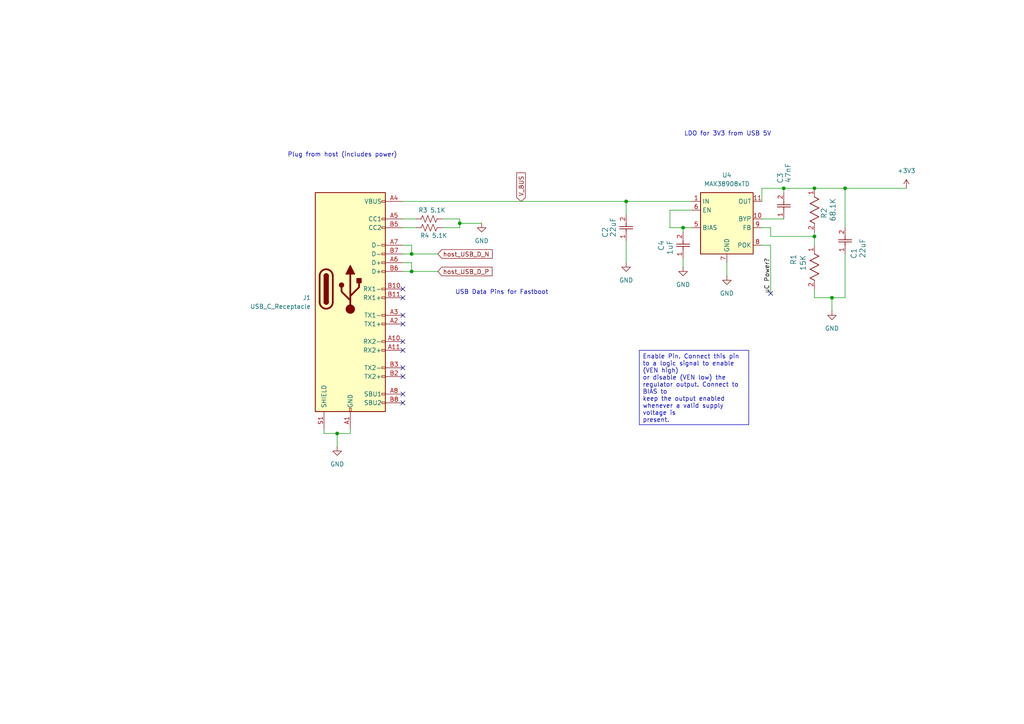
<source format=kicad_sch>
(kicad_sch
	(version 20231120)
	(generator "eeschema")
	(generator_version "8.0")
	(uuid "1df19a96-4070-4713-90c8-5084eb750276")
	(paper "A4")
	(title_block
		(title "Input Connectors")
		(date "2025-02-11")
	)
	(lib_symbols
		(symbol "2025-02-12_02-17-00:GRM188R60J226MEA0D"
			(pin_names
				(offset 0.254)
			)
			(exclude_from_sim no)
			(in_bom yes)
			(on_board yes)
			(property "Reference" "C"
				(at 3.81 3.81 0)
				(effects
					(font
						(size 1.524 1.524)
					)
				)
			)
			(property "Value" "GRM188R60J226MEA0D"
				(at 3.81 -3.81 0)
				(effects
					(font
						(size 1.524 1.524)
					)
				)
			)
			(property "Footprint" "G-188_MUR"
				(at 0 0 0)
				(effects
					(font
						(size 1.27 1.27)
						(italic yes)
					)
					(hide yes)
				)
			)
			(property "Datasheet" "GRM188R60J226MEA0D"
				(at 0 0 0)
				(effects
					(font
						(size 1.27 1.27)
						(italic yes)
					)
					(hide yes)
				)
			)
			(property "Description" ""
				(at 0 0 0)
				(effects
					(font
						(size 1.27 1.27)
					)
					(hide yes)
				)
			)
			(property "ki_locked" ""
				(at 0 0 0)
				(effects
					(font
						(size 1.27 1.27)
					)
				)
			)
			(property "ki_keywords" "GRM188R60J226MEA0D"
				(at 0 0 0)
				(effects
					(font
						(size 1.27 1.27)
					)
					(hide yes)
				)
			)
			(property "ki_fp_filters" "G-188_MUR G-188_MUR-M G-188_MUR-L"
				(at 0 0 0)
				(effects
					(font
						(size 1.27 1.27)
					)
					(hide yes)
				)
			)
			(symbol "GRM188R60J226MEA0D_1_1"
				(polyline
					(pts
						(xy 2.54 0) (xy 3.4798 0)
					)
					(stroke
						(width 0.2032)
						(type default)
					)
					(fill
						(type none)
					)
				)
				(polyline
					(pts
						(xy 3.4798 -1.905) (xy 3.4798 1.905)
					)
					(stroke
						(width 0.2032)
						(type default)
					)
					(fill
						(type none)
					)
				)
				(polyline
					(pts
						(xy 4.1148 -1.905) (xy 4.1148 1.905)
					)
					(stroke
						(width 0.2032)
						(type default)
					)
					(fill
						(type none)
					)
				)
				(polyline
					(pts
						(xy 4.1148 0) (xy 5.08 0)
					)
					(stroke
						(width 0.2032)
						(type default)
					)
					(fill
						(type none)
					)
				)
				(pin unspecified line
					(at 0 0 0)
					(length 2.54)
					(name ""
						(effects
							(font
								(size 1.27 1.27)
							)
						)
					)
					(number "1"
						(effects
							(font
								(size 1.27 1.27)
							)
						)
					)
				)
				(pin unspecified line
					(at 7.62 0 180)
					(length 2.54)
					(name ""
						(effects
							(font
								(size 1.27 1.27)
							)
						)
					)
					(number "2"
						(effects
							(font
								(size 1.27 1.27)
							)
						)
					)
				)
			)
			(symbol "GRM188R60J226MEA0D_1_2"
				(polyline
					(pts
						(xy -1.905 -4.1148) (xy 1.905 -4.1148)
					)
					(stroke
						(width 0.2032)
						(type default)
					)
					(fill
						(type none)
					)
				)
				(polyline
					(pts
						(xy -1.905 -3.4798) (xy 1.905 -3.4798)
					)
					(stroke
						(width 0.2032)
						(type default)
					)
					(fill
						(type none)
					)
				)
				(polyline
					(pts
						(xy 0 -4.1148) (xy 0 -5.08)
					)
					(stroke
						(width 0.2032)
						(type default)
					)
					(fill
						(type none)
					)
				)
				(polyline
					(pts
						(xy 0 -2.54) (xy 0 -3.4798)
					)
					(stroke
						(width 0.2032)
						(type default)
					)
					(fill
						(type none)
					)
				)
				(pin unspecified line
					(at 0 0 270)
					(length 2.54)
					(name ""
						(effects
							(font
								(size 1.27 1.27)
							)
						)
					)
					(number "1"
						(effects
							(font
								(size 1.27 1.27)
							)
						)
					)
				)
				(pin unspecified line
					(at 0 -7.62 90)
					(length 2.54)
					(name ""
						(effects
							(font
								(size 1.27 1.27)
							)
						)
					)
					(number "2"
						(effects
							(font
								(size 1.27 1.27)
							)
						)
					)
				)
			)
		)
		(symbol "2025-02-12_02-18-57:C0402C473K3RECTU"
			(pin_names
				(offset 0.254)
			)
			(exclude_from_sim no)
			(in_bom yes)
			(on_board yes)
			(property "Reference" "C"
				(at 3.81 3.81 0)
				(effects
					(font
						(size 1.524 1.524)
					)
				)
			)
			(property "Value" "C0402C473K3RECTU"
				(at 3.81 -3.81 0)
				(effects
					(font
						(size 1.524 1.524)
					)
				)
			)
			(property "Footprint" "CAPC10555_55N_KEM"
				(at 0 0 0)
				(effects
					(font
						(size 1.27 1.27)
						(italic yes)
					)
					(hide yes)
				)
			)
			(property "Datasheet" "C0402C473K3RECTU"
				(at 0 0 0)
				(effects
					(font
						(size 1.27 1.27)
						(italic yes)
					)
					(hide yes)
				)
			)
			(property "Description" ""
				(at 0 0 0)
				(effects
					(font
						(size 1.27 1.27)
					)
					(hide yes)
				)
			)
			(property "ki_locked" ""
				(at 0 0 0)
				(effects
					(font
						(size 1.27 1.27)
					)
				)
			)
			(property "ki_keywords" "C0402C473K3RECTU"
				(at 0 0 0)
				(effects
					(font
						(size 1.27 1.27)
					)
					(hide yes)
				)
			)
			(property "ki_fp_filters" "CAPC10555_55N_KEM CAPC10555_55N_KEM-M CAPC10555_55N_KEM-L"
				(at 0 0 0)
				(effects
					(font
						(size 1.27 1.27)
					)
					(hide yes)
				)
			)
			(symbol "C0402C473K3RECTU_1_1"
				(polyline
					(pts
						(xy 2.54 0) (xy 3.4798 0)
					)
					(stroke
						(width 0.2032)
						(type default)
					)
					(fill
						(type none)
					)
				)
				(polyline
					(pts
						(xy 3.4798 -1.905) (xy 3.4798 1.905)
					)
					(stroke
						(width 0.2032)
						(type default)
					)
					(fill
						(type none)
					)
				)
				(polyline
					(pts
						(xy 4.1148 -1.905) (xy 4.1148 1.905)
					)
					(stroke
						(width 0.2032)
						(type default)
					)
					(fill
						(type none)
					)
				)
				(polyline
					(pts
						(xy 4.1148 0) (xy 5.08 0)
					)
					(stroke
						(width 0.2032)
						(type default)
					)
					(fill
						(type none)
					)
				)
				(pin unspecified line
					(at 0 0 0)
					(length 2.54)
					(name ""
						(effects
							(font
								(size 1.27 1.27)
							)
						)
					)
					(number "1"
						(effects
							(font
								(size 1.27 1.27)
							)
						)
					)
				)
				(pin unspecified line
					(at 7.62 0 180)
					(length 2.54)
					(name ""
						(effects
							(font
								(size 1.27 1.27)
							)
						)
					)
					(number "2"
						(effects
							(font
								(size 1.27 1.27)
							)
						)
					)
				)
			)
			(symbol "C0402C473K3RECTU_1_2"
				(polyline
					(pts
						(xy -1.905 -4.1148) (xy 1.905 -4.1148)
					)
					(stroke
						(width 0.2032)
						(type default)
					)
					(fill
						(type none)
					)
				)
				(polyline
					(pts
						(xy -1.905 -3.4798) (xy 1.905 -3.4798)
					)
					(stroke
						(width 0.2032)
						(type default)
					)
					(fill
						(type none)
					)
				)
				(polyline
					(pts
						(xy 0 -4.1148) (xy 0 -5.08)
					)
					(stroke
						(width 0.2032)
						(type default)
					)
					(fill
						(type none)
					)
				)
				(polyline
					(pts
						(xy 0 -2.54) (xy 0 -3.4798)
					)
					(stroke
						(width 0.2032)
						(type default)
					)
					(fill
						(type none)
					)
				)
				(pin unspecified line
					(at 0 0 270)
					(length 2.54)
					(name ""
						(effects
							(font
								(size 1.27 1.27)
							)
						)
					)
					(number "1"
						(effects
							(font
								(size 1.27 1.27)
							)
						)
					)
				)
				(pin unspecified line
					(at 0 -7.62 90)
					(length 2.54)
					(name ""
						(effects
							(font
								(size 1.27 1.27)
							)
						)
					)
					(number "2"
						(effects
							(font
								(size 1.27 1.27)
							)
						)
					)
				)
			)
		)
		(symbol "2025-02-12_02-32-39:CL05B104KP5NNNC"
			(pin_names
				(offset 0.254)
			)
			(exclude_from_sim no)
			(in_bom yes)
			(on_board yes)
			(property "Reference" "C"
				(at 3.81 3.81 0)
				(effects
					(font
						(size 1.524 1.524)
					)
				)
			)
			(property "Value" "CL05B104KP5NNNC"
				(at 3.81 -3.81 0)
				(effects
					(font
						(size 1.524 1.524)
					)
				)
			)
			(property "Footprint" "CAP_CL05_SAM"
				(at 0 0 0)
				(effects
					(font
						(size 1.27 1.27)
						(italic yes)
					)
					(hide yes)
				)
			)
			(property "Datasheet" "CL05B104KP5NNNC"
				(at 0 0 0)
				(effects
					(font
						(size 1.27 1.27)
						(italic yes)
					)
					(hide yes)
				)
			)
			(property "Description" ""
				(at 0 0 0)
				(effects
					(font
						(size 1.27 1.27)
					)
					(hide yes)
				)
			)
			(property "ki_locked" ""
				(at 0 0 0)
				(effects
					(font
						(size 1.27 1.27)
					)
				)
			)
			(property "ki_keywords" "CL05B104KP5NNNC"
				(at 0 0 0)
				(effects
					(font
						(size 1.27 1.27)
					)
					(hide yes)
				)
			)
			(property "ki_fp_filters" "CAP_CL05_SAM CAP_CL05_SAM-M CAP_CL05_SAM-L"
				(at 0 0 0)
				(effects
					(font
						(size 1.27 1.27)
					)
					(hide yes)
				)
			)
			(symbol "CL05B104KP5NNNC_1_1"
				(polyline
					(pts
						(xy 2.54 0) (xy 3.4798 0)
					)
					(stroke
						(width 0.2032)
						(type default)
					)
					(fill
						(type none)
					)
				)
				(polyline
					(pts
						(xy 3.4798 -1.905) (xy 3.4798 1.905)
					)
					(stroke
						(width 0.2032)
						(type default)
					)
					(fill
						(type none)
					)
				)
				(polyline
					(pts
						(xy 4.1148 -1.905) (xy 4.1148 1.905)
					)
					(stroke
						(width 0.2032)
						(type default)
					)
					(fill
						(type none)
					)
				)
				(polyline
					(pts
						(xy 4.1148 0) (xy 5.08 0)
					)
					(stroke
						(width 0.2032)
						(type default)
					)
					(fill
						(type none)
					)
				)
				(pin unspecified line
					(at 0 0 0)
					(length 2.54)
					(name ""
						(effects
							(font
								(size 1.27 1.27)
							)
						)
					)
					(number "1"
						(effects
							(font
								(size 1.27 1.27)
							)
						)
					)
				)
				(pin unspecified line
					(at 7.62 0 180)
					(length 2.54)
					(name ""
						(effects
							(font
								(size 1.27 1.27)
							)
						)
					)
					(number "2"
						(effects
							(font
								(size 1.27 1.27)
							)
						)
					)
				)
			)
			(symbol "CL05B104KP5NNNC_1_2"
				(polyline
					(pts
						(xy -1.905 -4.1148) (xy 1.905 -4.1148)
					)
					(stroke
						(width 0.2032)
						(type default)
					)
					(fill
						(type none)
					)
				)
				(polyline
					(pts
						(xy -1.905 -3.4798) (xy 1.905 -3.4798)
					)
					(stroke
						(width 0.2032)
						(type default)
					)
					(fill
						(type none)
					)
				)
				(polyline
					(pts
						(xy 0 -4.1148) (xy 0 -5.08)
					)
					(stroke
						(width 0.2032)
						(type default)
					)
					(fill
						(type none)
					)
				)
				(polyline
					(pts
						(xy 0 -2.54) (xy 0 -3.4798)
					)
					(stroke
						(width 0.2032)
						(type default)
					)
					(fill
						(type none)
					)
				)
				(pin unspecified line
					(at 0 0 270)
					(length 2.54)
					(name ""
						(effects
							(font
								(size 1.27 1.27)
							)
						)
					)
					(number "1"
						(effects
							(font
								(size 1.27 1.27)
							)
						)
					)
				)
				(pin unspecified line
					(at 0 -7.62 90)
					(length 2.54)
					(name ""
						(effects
							(font
								(size 1.27 1.27)
							)
						)
					)
					(number "2"
						(effects
							(font
								(size 1.27 1.27)
							)
						)
					)
				)
			)
		)
		(symbol "Connector:USB_C_Receptacle"
			(pin_names
				(offset 1.016)
			)
			(exclude_from_sim no)
			(in_bom yes)
			(on_board yes)
			(property "Reference" "J"
				(at -10.16 29.21 0)
				(effects
					(font
						(size 1.27 1.27)
					)
					(justify left)
				)
			)
			(property "Value" "USB_C_Receptacle"
				(at 10.16 29.21 0)
				(effects
					(font
						(size 1.27 1.27)
					)
					(justify right)
				)
			)
			(property "Footprint" ""
				(at 3.81 0 0)
				(effects
					(font
						(size 1.27 1.27)
					)
					(hide yes)
				)
			)
			(property "Datasheet" "https://www.usb.org/sites/default/files/documents/usb_type-c.zip"
				(at 3.81 0 0)
				(effects
					(font
						(size 1.27 1.27)
					)
					(hide yes)
				)
			)
			(property "Description" "USB Full-Featured Type-C Receptacle connector"
				(at 0 0 0)
				(effects
					(font
						(size 1.27 1.27)
					)
					(hide yes)
				)
			)
			(property "ki_keywords" "usb universal serial bus type-C full-featured"
				(at 0 0 0)
				(effects
					(font
						(size 1.27 1.27)
					)
					(hide yes)
				)
			)
			(property "ki_fp_filters" "USB*C*Receptacle*"
				(at 0 0 0)
				(effects
					(font
						(size 1.27 1.27)
					)
					(hide yes)
				)
			)
			(symbol "USB_C_Receptacle_0_0"
				(rectangle
					(start -0.254 -35.56)
					(end 0.254 -34.544)
					(stroke
						(width 0)
						(type default)
					)
					(fill
						(type none)
					)
				)
				(rectangle
					(start 10.16 -32.766)
					(end 9.144 -33.274)
					(stroke
						(width 0)
						(type default)
					)
					(fill
						(type none)
					)
				)
				(rectangle
					(start 10.16 -30.226)
					(end 9.144 -30.734)
					(stroke
						(width 0)
						(type default)
					)
					(fill
						(type none)
					)
				)
				(rectangle
					(start 10.16 -25.146)
					(end 9.144 -25.654)
					(stroke
						(width 0)
						(type default)
					)
					(fill
						(type none)
					)
				)
				(rectangle
					(start 10.16 -22.606)
					(end 9.144 -23.114)
					(stroke
						(width 0)
						(type default)
					)
					(fill
						(type none)
					)
				)
				(rectangle
					(start 10.16 -17.526)
					(end 9.144 -18.034)
					(stroke
						(width 0)
						(type default)
					)
					(fill
						(type none)
					)
				)
				(rectangle
					(start 10.16 -14.986)
					(end 9.144 -15.494)
					(stroke
						(width 0)
						(type default)
					)
					(fill
						(type none)
					)
				)
				(rectangle
					(start 10.16 -9.906)
					(end 9.144 -10.414)
					(stroke
						(width 0)
						(type default)
					)
					(fill
						(type none)
					)
				)
				(rectangle
					(start 10.16 -7.366)
					(end 9.144 -7.874)
					(stroke
						(width 0)
						(type default)
					)
					(fill
						(type none)
					)
				)
				(rectangle
					(start 10.16 -2.286)
					(end 9.144 -2.794)
					(stroke
						(width 0)
						(type default)
					)
					(fill
						(type none)
					)
				)
				(rectangle
					(start 10.16 0.254)
					(end 9.144 -0.254)
					(stroke
						(width 0)
						(type default)
					)
					(fill
						(type none)
					)
				)
				(rectangle
					(start 10.16 5.334)
					(end 9.144 4.826)
					(stroke
						(width 0)
						(type default)
					)
					(fill
						(type none)
					)
				)
				(rectangle
					(start 10.16 7.874)
					(end 9.144 7.366)
					(stroke
						(width 0)
						(type default)
					)
					(fill
						(type none)
					)
				)
				(rectangle
					(start 10.16 10.414)
					(end 9.144 9.906)
					(stroke
						(width 0)
						(type default)
					)
					(fill
						(type none)
					)
				)
				(rectangle
					(start 10.16 12.954)
					(end 9.144 12.446)
					(stroke
						(width 0)
						(type default)
					)
					(fill
						(type none)
					)
				)
				(rectangle
					(start 10.16 18.034)
					(end 9.144 17.526)
					(stroke
						(width 0)
						(type default)
					)
					(fill
						(type none)
					)
				)
				(rectangle
					(start 10.16 20.574)
					(end 9.144 20.066)
					(stroke
						(width 0)
						(type default)
					)
					(fill
						(type none)
					)
				)
				(rectangle
					(start 10.16 25.654)
					(end 9.144 25.146)
					(stroke
						(width 0)
						(type default)
					)
					(fill
						(type none)
					)
				)
			)
			(symbol "USB_C_Receptacle_0_1"
				(rectangle
					(start -10.16 27.94)
					(end 10.16 -35.56)
					(stroke
						(width 0.254)
						(type default)
					)
					(fill
						(type background)
					)
				)
				(arc
					(start -8.89 -3.81)
					(mid -6.985 -5.7067)
					(end -5.08 -3.81)
					(stroke
						(width 0.508)
						(type default)
					)
					(fill
						(type none)
					)
				)
				(arc
					(start -7.62 -3.81)
					(mid -6.985 -4.4423)
					(end -6.35 -3.81)
					(stroke
						(width 0.254)
						(type default)
					)
					(fill
						(type none)
					)
				)
				(arc
					(start -7.62 -3.81)
					(mid -6.985 -4.4423)
					(end -6.35 -3.81)
					(stroke
						(width 0.254)
						(type default)
					)
					(fill
						(type outline)
					)
				)
				(rectangle
					(start -7.62 -3.81)
					(end -6.35 3.81)
					(stroke
						(width 0.254)
						(type default)
					)
					(fill
						(type outline)
					)
				)
				(arc
					(start -6.35 3.81)
					(mid -6.985 4.4423)
					(end -7.62 3.81)
					(stroke
						(width 0.254)
						(type default)
					)
					(fill
						(type none)
					)
				)
				(arc
					(start -6.35 3.81)
					(mid -6.985 4.4423)
					(end -7.62 3.81)
					(stroke
						(width 0.254)
						(type default)
					)
					(fill
						(type outline)
					)
				)
				(arc
					(start -5.08 3.81)
					(mid -6.985 5.7067)
					(end -8.89 3.81)
					(stroke
						(width 0.508)
						(type default)
					)
					(fill
						(type none)
					)
				)
				(polyline
					(pts
						(xy -8.89 -3.81) (xy -8.89 3.81)
					)
					(stroke
						(width 0.508)
						(type default)
					)
					(fill
						(type none)
					)
				)
				(polyline
					(pts
						(xy -5.08 3.81) (xy -5.08 -3.81)
					)
					(stroke
						(width 0.508)
						(type default)
					)
					(fill
						(type none)
					)
				)
			)
			(symbol "USB_C_Receptacle_1_1"
				(circle
					(center -2.54 1.143)
					(radius 0.635)
					(stroke
						(width 0.254)
						(type default)
					)
					(fill
						(type outline)
					)
				)
				(circle
					(center 0 -5.842)
					(radius 1.27)
					(stroke
						(width 0)
						(type default)
					)
					(fill
						(type outline)
					)
				)
				(polyline
					(pts
						(xy 0 -5.842) (xy 0 4.318)
					)
					(stroke
						(width 0.508)
						(type default)
					)
					(fill
						(type none)
					)
				)
				(polyline
					(pts
						(xy 0 -3.302) (xy -2.54 -0.762) (xy -2.54 0.508)
					)
					(stroke
						(width 0.508)
						(type default)
					)
					(fill
						(type none)
					)
				)
				(polyline
					(pts
						(xy 0 -2.032) (xy 2.54 0.508) (xy 2.54 1.778)
					)
					(stroke
						(width 0.508)
						(type default)
					)
					(fill
						(type none)
					)
				)
				(polyline
					(pts
						(xy -1.27 4.318) (xy 0 6.858) (xy 1.27 4.318) (xy -1.27 4.318)
					)
					(stroke
						(width 0.254)
						(type default)
					)
					(fill
						(type outline)
					)
				)
				(rectangle
					(start 1.905 1.778)
					(end 3.175 3.048)
					(stroke
						(width 0.254)
						(type default)
					)
					(fill
						(type outline)
					)
				)
				(pin passive line
					(at 0 -40.64 90)
					(length 5.08)
					(name "GND"
						(effects
							(font
								(size 1.27 1.27)
							)
						)
					)
					(number "A1"
						(effects
							(font
								(size 1.27 1.27)
							)
						)
					)
				)
				(pin bidirectional line
					(at 15.24 -15.24 180)
					(length 5.08)
					(name "RX2-"
						(effects
							(font
								(size 1.27 1.27)
							)
						)
					)
					(number "A10"
						(effects
							(font
								(size 1.27 1.27)
							)
						)
					)
				)
				(pin bidirectional line
					(at 15.24 -17.78 180)
					(length 5.08)
					(name "RX2+"
						(effects
							(font
								(size 1.27 1.27)
							)
						)
					)
					(number "A11"
						(effects
							(font
								(size 1.27 1.27)
							)
						)
					)
				)
				(pin passive line
					(at 0 -40.64 90)
					(length 5.08) hide
					(name "GND"
						(effects
							(font
								(size 1.27 1.27)
							)
						)
					)
					(number "A12"
						(effects
							(font
								(size 1.27 1.27)
							)
						)
					)
				)
				(pin bidirectional line
					(at 15.24 -10.16 180)
					(length 5.08)
					(name "TX1+"
						(effects
							(font
								(size 1.27 1.27)
							)
						)
					)
					(number "A2"
						(effects
							(font
								(size 1.27 1.27)
							)
						)
					)
				)
				(pin bidirectional line
					(at 15.24 -7.62 180)
					(length 5.08)
					(name "TX1-"
						(effects
							(font
								(size 1.27 1.27)
							)
						)
					)
					(number "A3"
						(effects
							(font
								(size 1.27 1.27)
							)
						)
					)
				)
				(pin passive line
					(at 15.24 25.4 180)
					(length 5.08)
					(name "VBUS"
						(effects
							(font
								(size 1.27 1.27)
							)
						)
					)
					(number "A4"
						(effects
							(font
								(size 1.27 1.27)
							)
						)
					)
				)
				(pin bidirectional line
					(at 15.24 20.32 180)
					(length 5.08)
					(name "CC1"
						(effects
							(font
								(size 1.27 1.27)
							)
						)
					)
					(number "A5"
						(effects
							(font
								(size 1.27 1.27)
							)
						)
					)
				)
				(pin bidirectional line
					(at 15.24 7.62 180)
					(length 5.08)
					(name "D+"
						(effects
							(font
								(size 1.27 1.27)
							)
						)
					)
					(number "A6"
						(effects
							(font
								(size 1.27 1.27)
							)
						)
					)
				)
				(pin bidirectional line
					(at 15.24 12.7 180)
					(length 5.08)
					(name "D-"
						(effects
							(font
								(size 1.27 1.27)
							)
						)
					)
					(number "A7"
						(effects
							(font
								(size 1.27 1.27)
							)
						)
					)
				)
				(pin bidirectional line
					(at 15.24 -30.48 180)
					(length 5.08)
					(name "SBU1"
						(effects
							(font
								(size 1.27 1.27)
							)
						)
					)
					(number "A8"
						(effects
							(font
								(size 1.27 1.27)
							)
						)
					)
				)
				(pin passive line
					(at 15.24 25.4 180)
					(length 5.08) hide
					(name "VBUS"
						(effects
							(font
								(size 1.27 1.27)
							)
						)
					)
					(number "A9"
						(effects
							(font
								(size 1.27 1.27)
							)
						)
					)
				)
				(pin passive line
					(at 0 -40.64 90)
					(length 5.08) hide
					(name "GND"
						(effects
							(font
								(size 1.27 1.27)
							)
						)
					)
					(number "B1"
						(effects
							(font
								(size 1.27 1.27)
							)
						)
					)
				)
				(pin bidirectional line
					(at 15.24 0 180)
					(length 5.08)
					(name "RX1-"
						(effects
							(font
								(size 1.27 1.27)
							)
						)
					)
					(number "B10"
						(effects
							(font
								(size 1.27 1.27)
							)
						)
					)
				)
				(pin bidirectional line
					(at 15.24 -2.54 180)
					(length 5.08)
					(name "RX1+"
						(effects
							(font
								(size 1.27 1.27)
							)
						)
					)
					(number "B11"
						(effects
							(font
								(size 1.27 1.27)
							)
						)
					)
				)
				(pin passive line
					(at 0 -40.64 90)
					(length 5.08) hide
					(name "GND"
						(effects
							(font
								(size 1.27 1.27)
							)
						)
					)
					(number "B12"
						(effects
							(font
								(size 1.27 1.27)
							)
						)
					)
				)
				(pin bidirectional line
					(at 15.24 -25.4 180)
					(length 5.08)
					(name "TX2+"
						(effects
							(font
								(size 1.27 1.27)
							)
						)
					)
					(number "B2"
						(effects
							(font
								(size 1.27 1.27)
							)
						)
					)
				)
				(pin bidirectional line
					(at 15.24 -22.86 180)
					(length 5.08)
					(name "TX2-"
						(effects
							(font
								(size 1.27 1.27)
							)
						)
					)
					(number "B3"
						(effects
							(font
								(size 1.27 1.27)
							)
						)
					)
				)
				(pin passive line
					(at 15.24 25.4 180)
					(length 5.08) hide
					(name "VBUS"
						(effects
							(font
								(size 1.27 1.27)
							)
						)
					)
					(number "B4"
						(effects
							(font
								(size 1.27 1.27)
							)
						)
					)
				)
				(pin bidirectional line
					(at 15.24 17.78 180)
					(length 5.08)
					(name "CC2"
						(effects
							(font
								(size 1.27 1.27)
							)
						)
					)
					(number "B5"
						(effects
							(font
								(size 1.27 1.27)
							)
						)
					)
				)
				(pin bidirectional line
					(at 15.24 5.08 180)
					(length 5.08)
					(name "D+"
						(effects
							(font
								(size 1.27 1.27)
							)
						)
					)
					(number "B6"
						(effects
							(font
								(size 1.27 1.27)
							)
						)
					)
				)
				(pin bidirectional line
					(at 15.24 10.16 180)
					(length 5.08)
					(name "D-"
						(effects
							(font
								(size 1.27 1.27)
							)
						)
					)
					(number "B7"
						(effects
							(font
								(size 1.27 1.27)
							)
						)
					)
				)
				(pin bidirectional line
					(at 15.24 -33.02 180)
					(length 5.08)
					(name "SBU2"
						(effects
							(font
								(size 1.27 1.27)
							)
						)
					)
					(number "B8"
						(effects
							(font
								(size 1.27 1.27)
							)
						)
					)
				)
				(pin passive line
					(at 15.24 25.4 180)
					(length 5.08) hide
					(name "VBUS"
						(effects
							(font
								(size 1.27 1.27)
							)
						)
					)
					(number "B9"
						(effects
							(font
								(size 1.27 1.27)
							)
						)
					)
				)
				(pin passive line
					(at -7.62 -40.64 90)
					(length 5.08)
					(name "SHIELD"
						(effects
							(font
								(size 1.27 1.27)
							)
						)
					)
					(number "S1"
						(effects
							(font
								(size 1.27 1.27)
							)
						)
					)
				)
			)
		)
		(symbol "Device:R_US"
			(pin_numbers hide)
			(pin_names
				(offset 0)
			)
			(exclude_from_sim no)
			(in_bom yes)
			(on_board yes)
			(property "Reference" "R"
				(at 2.54 0 90)
				(effects
					(font
						(size 1.27 1.27)
					)
				)
			)
			(property "Value" "R_US"
				(at -2.54 0 90)
				(effects
					(font
						(size 1.27 1.27)
					)
				)
			)
			(property "Footprint" ""
				(at 1.016 -0.254 90)
				(effects
					(font
						(size 1.27 1.27)
					)
					(hide yes)
				)
			)
			(property "Datasheet" "~"
				(at 0 0 0)
				(effects
					(font
						(size 1.27 1.27)
					)
					(hide yes)
				)
			)
			(property "Description" "Resistor, US symbol"
				(at 0 0 0)
				(effects
					(font
						(size 1.27 1.27)
					)
					(hide yes)
				)
			)
			(property "ki_keywords" "R res resistor"
				(at 0 0 0)
				(effects
					(font
						(size 1.27 1.27)
					)
					(hide yes)
				)
			)
			(property "ki_fp_filters" "R_*"
				(at 0 0 0)
				(effects
					(font
						(size 1.27 1.27)
					)
					(hide yes)
				)
			)
			(symbol "R_US_0_1"
				(polyline
					(pts
						(xy 0 -2.286) (xy 0 -2.54)
					)
					(stroke
						(width 0)
						(type default)
					)
					(fill
						(type none)
					)
				)
				(polyline
					(pts
						(xy 0 2.286) (xy 0 2.54)
					)
					(stroke
						(width 0)
						(type default)
					)
					(fill
						(type none)
					)
				)
				(polyline
					(pts
						(xy 0 -0.762) (xy 1.016 -1.143) (xy 0 -1.524) (xy -1.016 -1.905) (xy 0 -2.286)
					)
					(stroke
						(width 0)
						(type default)
					)
					(fill
						(type none)
					)
				)
				(polyline
					(pts
						(xy 0 0.762) (xy 1.016 0.381) (xy 0 0) (xy -1.016 -0.381) (xy 0 -0.762)
					)
					(stroke
						(width 0)
						(type default)
					)
					(fill
						(type none)
					)
				)
				(polyline
					(pts
						(xy 0 2.286) (xy 1.016 1.905) (xy 0 1.524) (xy -1.016 1.143) (xy 0 0.762)
					)
					(stroke
						(width 0)
						(type default)
					)
					(fill
						(type none)
					)
				)
			)
			(symbol "R_US_1_1"
				(pin passive line
					(at 0 3.81 270)
					(length 1.27)
					(name "~"
						(effects
							(font
								(size 1.27 1.27)
							)
						)
					)
					(number "1"
						(effects
							(font
								(size 1.27 1.27)
							)
						)
					)
				)
				(pin passive line
					(at 0 -3.81 90)
					(length 1.27)
					(name "~"
						(effects
							(font
								(size 1.27 1.27)
							)
						)
					)
					(number "2"
						(effects
							(font
								(size 1.27 1.27)
							)
						)
					)
				)
			)
		)
		(symbol "ERJ-2RKF1502X:ERJ-2RKF1502X"
			(pin_names
				(offset 0.254)
			)
			(exclude_from_sim no)
			(in_bom yes)
			(on_board yes)
			(property "Reference" "R"
				(at 5.715 3.81 0)
				(effects
					(font
						(size 1.524 1.524)
					)
				)
			)
			(property "Value" "ERJ-2RKF1502X"
				(at 6.35 -3.81 0)
				(effects
					(font
						(size 1.524 1.524)
					)
				)
			)
			(property "Footprint" "RC0402N_PAN"
				(at 0 0 0)
				(effects
					(font
						(size 1.27 1.27)
						(italic yes)
					)
					(hide yes)
				)
			)
			(property "Datasheet" "ERJ-2RKF1502X"
				(at 0 0 0)
				(effects
					(font
						(size 1.27 1.27)
						(italic yes)
					)
					(hide yes)
				)
			)
			(property "Description" ""
				(at 0 0 0)
				(effects
					(font
						(size 1.27 1.27)
					)
					(hide yes)
				)
			)
			(property "ki_locked" ""
				(at 0 0 0)
				(effects
					(font
						(size 1.27 1.27)
					)
				)
			)
			(property "ki_keywords" "ERJ-2RKF1502X"
				(at 0 0 0)
				(effects
					(font
						(size 1.27 1.27)
					)
					(hide yes)
				)
			)
			(property "ki_fp_filters" "RC0402N_PAN RC0402N_PAN-M RC0402N_PAN-L"
				(at 0 0 0)
				(effects
					(font
						(size 1.27 1.27)
					)
					(hide yes)
				)
			)
			(symbol "ERJ-2RKF1502X_1_1"
				(polyline
					(pts
						(xy 2.54 0) (xy 3.175 1.27)
					)
					(stroke
						(width 0.2032)
						(type default)
					)
					(fill
						(type none)
					)
				)
				(polyline
					(pts
						(xy 3.175 1.27) (xy 4.445 -1.27)
					)
					(stroke
						(width 0.2032)
						(type default)
					)
					(fill
						(type none)
					)
				)
				(polyline
					(pts
						(xy 4.445 -1.27) (xy 5.715 1.27)
					)
					(stroke
						(width 0.2032)
						(type default)
					)
					(fill
						(type none)
					)
				)
				(polyline
					(pts
						(xy 5.715 1.27) (xy 6.985 -1.27)
					)
					(stroke
						(width 0.2032)
						(type default)
					)
					(fill
						(type none)
					)
				)
				(polyline
					(pts
						(xy 6.985 -1.27) (xy 8.255 1.27)
					)
					(stroke
						(width 0.2032)
						(type default)
					)
					(fill
						(type none)
					)
				)
				(polyline
					(pts
						(xy 8.255 1.27) (xy 9.525 -1.27)
					)
					(stroke
						(width 0.2032)
						(type default)
					)
					(fill
						(type none)
					)
				)
				(polyline
					(pts
						(xy 9.525 -1.27) (xy 10.16 0)
					)
					(stroke
						(width 0.2032)
						(type default)
					)
					(fill
						(type none)
					)
				)
				(pin unspecified line
					(at 12.7 0 180)
					(length 2.54)
					(name ""
						(effects
							(font
								(size 1.27 1.27)
							)
						)
					)
					(number "1"
						(effects
							(font
								(size 1.27 1.27)
							)
						)
					)
				)
				(pin unspecified line
					(at 0 0 0)
					(length 2.54)
					(name ""
						(effects
							(font
								(size 1.27 1.27)
							)
						)
					)
					(number "2"
						(effects
							(font
								(size 1.27 1.27)
							)
						)
					)
				)
			)
			(symbol "ERJ-2RKF1502X_1_2"
				(polyline
					(pts
						(xy -1.27 3.175) (xy 1.27 4.445)
					)
					(stroke
						(width 0.2032)
						(type default)
					)
					(fill
						(type none)
					)
				)
				(polyline
					(pts
						(xy -1.27 5.715) (xy 1.27 6.985)
					)
					(stroke
						(width 0.2032)
						(type default)
					)
					(fill
						(type none)
					)
				)
				(polyline
					(pts
						(xy -1.27 8.255) (xy 1.27 9.525)
					)
					(stroke
						(width 0.2032)
						(type default)
					)
					(fill
						(type none)
					)
				)
				(polyline
					(pts
						(xy 0 2.54) (xy -1.27 3.175)
					)
					(stroke
						(width 0.2032)
						(type default)
					)
					(fill
						(type none)
					)
				)
				(polyline
					(pts
						(xy 1.27 4.445) (xy -1.27 5.715)
					)
					(stroke
						(width 0.2032)
						(type default)
					)
					(fill
						(type none)
					)
				)
				(polyline
					(pts
						(xy 1.27 6.985) (xy -1.27 8.255)
					)
					(stroke
						(width 0.2032)
						(type default)
					)
					(fill
						(type none)
					)
				)
				(polyline
					(pts
						(xy 1.27 9.525) (xy 0 10.16)
					)
					(stroke
						(width 0.2032)
						(type default)
					)
					(fill
						(type none)
					)
				)
				(pin unspecified line
					(at 0 12.7 270)
					(length 2.54)
					(name ""
						(effects
							(font
								(size 1.27 1.27)
							)
						)
					)
					(number "1"
						(effects
							(font
								(size 1.27 1.27)
							)
						)
					)
				)
				(pin unspecified line
					(at 0 0 90)
					(length 2.54)
					(name ""
						(effects
							(font
								(size 1.27 1.27)
							)
						)
					)
					(number "2"
						(effects
							(font
								(size 1.27 1.27)
							)
						)
					)
				)
			)
		)
		(symbol "ERJ-2RKF6812X:ERJ-2RKF6812X"
			(pin_names
				(offset 0.254)
			)
			(exclude_from_sim no)
			(in_bom yes)
			(on_board yes)
			(property "Reference" "R"
				(at 5.715 3.81 0)
				(effects
					(font
						(size 1.524 1.524)
					)
				)
			)
			(property "Value" "ERJ-2RKF6812X"
				(at 6.35 -3.81 0)
				(effects
					(font
						(size 1.524 1.524)
					)
				)
			)
			(property "Footprint" "RC0402N_PAN"
				(at 0 0 0)
				(effects
					(font
						(size 1.27 1.27)
						(italic yes)
					)
					(hide yes)
				)
			)
			(property "Datasheet" "ERJ-2RKF6812X"
				(at 0 0 0)
				(effects
					(font
						(size 1.27 1.27)
						(italic yes)
					)
					(hide yes)
				)
			)
			(property "Description" ""
				(at 0 0 0)
				(effects
					(font
						(size 1.27 1.27)
					)
					(hide yes)
				)
			)
			(property "ki_locked" ""
				(at 0 0 0)
				(effects
					(font
						(size 1.27 1.27)
					)
				)
			)
			(property "ki_keywords" "ERJ-2RKF6812X"
				(at 0 0 0)
				(effects
					(font
						(size 1.27 1.27)
					)
					(hide yes)
				)
			)
			(property "ki_fp_filters" "RC0402N_PAN RC0402N_PAN-M RC0402N_PAN-L"
				(at 0 0 0)
				(effects
					(font
						(size 1.27 1.27)
					)
					(hide yes)
				)
			)
			(symbol "ERJ-2RKF6812X_1_1"
				(polyline
					(pts
						(xy 2.54 0) (xy 3.175 1.27)
					)
					(stroke
						(width 0.2032)
						(type default)
					)
					(fill
						(type none)
					)
				)
				(polyline
					(pts
						(xy 3.175 1.27) (xy 4.445 -1.27)
					)
					(stroke
						(width 0.2032)
						(type default)
					)
					(fill
						(type none)
					)
				)
				(polyline
					(pts
						(xy 4.445 -1.27) (xy 5.715 1.27)
					)
					(stroke
						(width 0.2032)
						(type default)
					)
					(fill
						(type none)
					)
				)
				(polyline
					(pts
						(xy 5.715 1.27) (xy 6.985 -1.27)
					)
					(stroke
						(width 0.2032)
						(type default)
					)
					(fill
						(type none)
					)
				)
				(polyline
					(pts
						(xy 6.985 -1.27) (xy 8.255 1.27)
					)
					(stroke
						(width 0.2032)
						(type default)
					)
					(fill
						(type none)
					)
				)
				(polyline
					(pts
						(xy 8.255 1.27) (xy 9.525 -1.27)
					)
					(stroke
						(width 0.2032)
						(type default)
					)
					(fill
						(type none)
					)
				)
				(polyline
					(pts
						(xy 9.525 -1.27) (xy 10.16 0)
					)
					(stroke
						(width 0.2032)
						(type default)
					)
					(fill
						(type none)
					)
				)
				(pin unspecified line
					(at 12.7 0 180)
					(length 2.54)
					(name ""
						(effects
							(font
								(size 1.27 1.27)
							)
						)
					)
					(number "1"
						(effects
							(font
								(size 1.27 1.27)
							)
						)
					)
				)
				(pin unspecified line
					(at 0 0 0)
					(length 2.54)
					(name ""
						(effects
							(font
								(size 1.27 1.27)
							)
						)
					)
					(number "2"
						(effects
							(font
								(size 1.27 1.27)
							)
						)
					)
				)
			)
			(symbol "ERJ-2RKF6812X_1_2"
				(polyline
					(pts
						(xy -1.27 3.175) (xy 1.27 4.445)
					)
					(stroke
						(width 0.2032)
						(type default)
					)
					(fill
						(type none)
					)
				)
				(polyline
					(pts
						(xy -1.27 5.715) (xy 1.27 6.985)
					)
					(stroke
						(width 0.2032)
						(type default)
					)
					(fill
						(type none)
					)
				)
				(polyline
					(pts
						(xy -1.27 8.255) (xy 1.27 9.525)
					)
					(stroke
						(width 0.2032)
						(type default)
					)
					(fill
						(type none)
					)
				)
				(polyline
					(pts
						(xy 0 2.54) (xy -1.27 3.175)
					)
					(stroke
						(width 0.2032)
						(type default)
					)
					(fill
						(type none)
					)
				)
				(polyline
					(pts
						(xy 1.27 4.445) (xy -1.27 5.715)
					)
					(stroke
						(width 0.2032)
						(type default)
					)
					(fill
						(type none)
					)
				)
				(polyline
					(pts
						(xy 1.27 6.985) (xy -1.27 8.255)
					)
					(stroke
						(width 0.2032)
						(type default)
					)
					(fill
						(type none)
					)
				)
				(polyline
					(pts
						(xy 1.27 9.525) (xy 0 10.16)
					)
					(stroke
						(width 0.2032)
						(type default)
					)
					(fill
						(type none)
					)
				)
				(pin unspecified line
					(at 0 12.7 270)
					(length 2.54)
					(name ""
						(effects
							(font
								(size 1.27 1.27)
							)
						)
					)
					(number "1"
						(effects
							(font
								(size 1.27 1.27)
							)
						)
					)
				)
				(pin unspecified line
					(at 0 0 90)
					(length 2.54)
					(name ""
						(effects
							(font
								(size 1.27 1.27)
							)
						)
					)
					(number "2"
						(effects
							(font
								(size 1.27 1.27)
							)
						)
					)
				)
			)
		)
		(symbol "Regulator_Linear:MAX38908xTD"
			(exclude_from_sim no)
			(in_bom yes)
			(on_board yes)
			(property "Reference" "U"
				(at -7.62 8.89 0)
				(effects
					(font
						(size 1.27 1.27)
					)
				)
			)
			(property "Value" "MAX38908xTD"
				(at 6.35 8.89 0)
				(effects
					(font
						(size 1.27 1.27)
					)
				)
			)
			(property "Footprint" "Package_DFN_QFN:TDFN-14-1EP_3x3mm_P0.4mm_EP1.78x2.35mm"
				(at 0 0 0)
				(effects
					(font
						(size 1.27 1.27)
					)
					(hide yes)
				)
			)
			(property "Datasheet" "https://www.analog.com/media/en/technical-documentation/data-sheets/MAX38907-MAX38908.pdf"
				(at 0 0 0)
				(effects
					(font
						(size 1.27 1.27)
					)
					(hide yes)
				)
			)
			(property "Description" "4A, High-Performance LDO Linear Regulator, 0.9V-5.5Vin, 0.6V-5Vout, 2.7V-20Vbias, TDFN-14"
				(at 0 0 0)
				(effects
					(font
						(size 1.27 1.27)
					)
					(hide yes)
				)
			)
			(property "ki_keywords" "Linear LDO Regulator Maxim Analog Devices"
				(at 0 0 0)
				(effects
					(font
						(size 1.27 1.27)
					)
					(hide yes)
				)
			)
			(property "ki_fp_filters" "*TDFN*1EP*3x3mm*P0.4mm*"
				(at 0 0 0)
				(effects
					(font
						(size 1.27 1.27)
					)
					(hide yes)
				)
			)
			(symbol "MAX38908xTD_0_1"
				(rectangle
					(start -7.62 7.62)
					(end 7.62 -10.16)
					(stroke
						(width 0.254)
						(type default)
					)
					(fill
						(type background)
					)
				)
			)
			(symbol "MAX38908xTD_1_1"
				(pin power_in line
					(at -10.16 5.08 0)
					(length 2.54)
					(name "IN"
						(effects
							(font
								(size 1.27 1.27)
							)
						)
					)
					(number "1"
						(effects
							(font
								(size 1.27 1.27)
							)
						)
					)
				)
				(pin passive line
					(at 10.16 0 180)
					(length 2.54)
					(name "BYP"
						(effects
							(font
								(size 1.27 1.27)
							)
						)
					)
					(number "10"
						(effects
							(font
								(size 1.27 1.27)
							)
						)
					)
				)
				(pin power_out line
					(at 10.16 5.08 180)
					(length 2.54)
					(name "OUT"
						(effects
							(font
								(size 1.27 1.27)
							)
						)
					)
					(number "11"
						(effects
							(font
								(size 1.27 1.27)
							)
						)
					)
				)
				(pin passive line
					(at 10.16 5.08 180)
					(length 2.54) hide
					(name "OUT"
						(effects
							(font
								(size 1.27 1.27)
							)
						)
					)
					(number "12"
						(effects
							(font
								(size 1.27 1.27)
							)
						)
					)
				)
				(pin passive line
					(at 10.16 5.08 180)
					(length 2.54) hide
					(name "OUT"
						(effects
							(font
								(size 1.27 1.27)
							)
						)
					)
					(number "13"
						(effects
							(font
								(size 1.27 1.27)
							)
						)
					)
				)
				(pin passive line
					(at 10.16 5.08 180)
					(length 2.54) hide
					(name "OUT"
						(effects
							(font
								(size 1.27 1.27)
							)
						)
					)
					(number "14"
						(effects
							(font
								(size 1.27 1.27)
							)
						)
					)
				)
				(pin passive line
					(at 0 -12.7 90)
					(length 2.54) hide
					(name "GND"
						(effects
							(font
								(size 1.27 1.27)
							)
						)
					)
					(number "15"
						(effects
							(font
								(size 1.27 1.27)
							)
						)
					)
				)
				(pin passive line
					(at -10.16 5.08 0)
					(length 2.54) hide
					(name "IN"
						(effects
							(font
								(size 1.27 1.27)
							)
						)
					)
					(number "2"
						(effects
							(font
								(size 1.27 1.27)
							)
						)
					)
				)
				(pin passive line
					(at -10.16 5.08 0)
					(length 2.54) hide
					(name "IN"
						(effects
							(font
								(size 1.27 1.27)
							)
						)
					)
					(number "3"
						(effects
							(font
								(size 1.27 1.27)
							)
						)
					)
				)
				(pin passive line
					(at -10.16 5.08 0)
					(length 2.54) hide
					(name "IN"
						(effects
							(font
								(size 1.27 1.27)
							)
						)
					)
					(number "4"
						(effects
							(font
								(size 1.27 1.27)
							)
						)
					)
				)
				(pin power_in line
					(at -10.16 -2.54 0)
					(length 2.54)
					(name "BIAS"
						(effects
							(font
								(size 1.27 1.27)
							)
						)
					)
					(number "5"
						(effects
							(font
								(size 1.27 1.27)
							)
						)
					)
				)
				(pin input line
					(at -10.16 2.54 0)
					(length 2.54)
					(name "EN"
						(effects
							(font
								(size 1.27 1.27)
							)
						)
					)
					(number "6"
						(effects
							(font
								(size 1.27 1.27)
							)
						)
					)
				)
				(pin power_in line
					(at 0 -12.7 90)
					(length 2.54)
					(name "GND"
						(effects
							(font
								(size 1.27 1.27)
							)
						)
					)
					(number "7"
						(effects
							(font
								(size 1.27 1.27)
							)
						)
					)
				)
				(pin open_collector line
					(at 10.16 -7.62 180)
					(length 2.54)
					(name "POK"
						(effects
							(font
								(size 1.27 1.27)
							)
						)
					)
					(number "8"
						(effects
							(font
								(size 1.27 1.27)
							)
						)
					)
				)
				(pin input line
					(at 10.16 -2.54 180)
					(length 2.54)
					(name "FB"
						(effects
							(font
								(size 1.27 1.27)
							)
						)
					)
					(number "9"
						(effects
							(font
								(size 1.27 1.27)
							)
						)
					)
				)
			)
		)
		(symbol "power:+3V3"
			(power)
			(pin_numbers hide)
			(pin_names
				(offset 0) hide)
			(exclude_from_sim no)
			(in_bom yes)
			(on_board yes)
			(property "Reference" "#PWR"
				(at 0 -3.81 0)
				(effects
					(font
						(size 1.27 1.27)
					)
					(hide yes)
				)
			)
			(property "Value" "+3V3"
				(at 0 3.556 0)
				(effects
					(font
						(size 1.27 1.27)
					)
				)
			)
			(property "Footprint" ""
				(at 0 0 0)
				(effects
					(font
						(size 1.27 1.27)
					)
					(hide yes)
				)
			)
			(property "Datasheet" ""
				(at 0 0 0)
				(effects
					(font
						(size 1.27 1.27)
					)
					(hide yes)
				)
			)
			(property "Description" "Power symbol creates a global label with name \"+3V3\""
				(at 0 0 0)
				(effects
					(font
						(size 1.27 1.27)
					)
					(hide yes)
				)
			)
			(property "ki_keywords" "global power"
				(at 0 0 0)
				(effects
					(font
						(size 1.27 1.27)
					)
					(hide yes)
				)
			)
			(symbol "+3V3_0_1"
				(polyline
					(pts
						(xy -0.762 1.27) (xy 0 2.54)
					)
					(stroke
						(width 0)
						(type default)
					)
					(fill
						(type none)
					)
				)
				(polyline
					(pts
						(xy 0 0) (xy 0 2.54)
					)
					(stroke
						(width 0)
						(type default)
					)
					(fill
						(type none)
					)
				)
				(polyline
					(pts
						(xy 0 2.54) (xy 0.762 1.27)
					)
					(stroke
						(width 0)
						(type default)
					)
					(fill
						(type none)
					)
				)
			)
			(symbol "+3V3_1_1"
				(pin power_in line
					(at 0 0 90)
					(length 0)
					(name "~"
						(effects
							(font
								(size 1.27 1.27)
							)
						)
					)
					(number "1"
						(effects
							(font
								(size 1.27 1.27)
							)
						)
					)
				)
			)
		)
		(symbol "power:GND"
			(power)
			(pin_numbers hide)
			(pin_names
				(offset 0) hide)
			(exclude_from_sim no)
			(in_bom yes)
			(on_board yes)
			(property "Reference" "#PWR"
				(at 0 -6.35 0)
				(effects
					(font
						(size 1.27 1.27)
					)
					(hide yes)
				)
			)
			(property "Value" "GND"
				(at 0 -3.81 0)
				(effects
					(font
						(size 1.27 1.27)
					)
				)
			)
			(property "Footprint" ""
				(at 0 0 0)
				(effects
					(font
						(size 1.27 1.27)
					)
					(hide yes)
				)
			)
			(property "Datasheet" ""
				(at 0 0 0)
				(effects
					(font
						(size 1.27 1.27)
					)
					(hide yes)
				)
			)
			(property "Description" "Power symbol creates a global label with name \"GND\" , ground"
				(at 0 0 0)
				(effects
					(font
						(size 1.27 1.27)
					)
					(hide yes)
				)
			)
			(property "ki_keywords" "global power"
				(at 0 0 0)
				(effects
					(font
						(size 1.27 1.27)
					)
					(hide yes)
				)
			)
			(symbol "GND_0_1"
				(polyline
					(pts
						(xy 0 0) (xy 0 -1.27) (xy 1.27 -1.27) (xy 0 -2.54) (xy -1.27 -1.27) (xy 0 -1.27)
					)
					(stroke
						(width 0)
						(type default)
					)
					(fill
						(type none)
					)
				)
			)
			(symbol "GND_1_1"
				(pin power_in line
					(at 0 0 270)
					(length 0)
					(name "~"
						(effects
							(font
								(size 1.27 1.27)
							)
						)
					)
					(number "1"
						(effects
							(font
								(size 1.27 1.27)
							)
						)
					)
				)
			)
		)
	)
	(junction
		(at 241.3 86.36)
		(diameter 0)
		(color 0 0 0 0)
		(uuid "0df5e660-aa43-428f-95ef-0cf97c7d209c")
	)
	(junction
		(at 236.22 68.58)
		(diameter 0)
		(color 0 0 0 0)
		(uuid "3bfaac7d-1fe3-4aa1-b107-a55194d21a37")
	)
	(junction
		(at 119.38 73.66)
		(diameter 0)
		(color 0 0 0 0)
		(uuid "48e9ded2-98ee-424f-bd72-eec0b4399730")
	)
	(junction
		(at 245.11 54.61)
		(diameter 0)
		(color 0 0 0 0)
		(uuid "497a1753-1466-4677-a1d0-d7812d4f87c6")
	)
	(junction
		(at 181.61 58.42)
		(diameter 0)
		(color 0 0 0 0)
		(uuid "6740ac4f-b208-4ea8-aa12-deebe032c96b")
	)
	(junction
		(at 227.33 54.61)
		(diameter 0)
		(color 0 0 0 0)
		(uuid "78e70e27-2f67-4f62-92ae-dcd7511c6343")
	)
	(junction
		(at 198.12 66.04)
		(diameter 0)
		(color 0 0 0 0)
		(uuid "965fa52c-051a-4d04-bde2-73bba1e515ac")
	)
	(junction
		(at 133.35 64.77)
		(diameter 0)
		(color 0 0 0 0)
		(uuid "97986ce1-1018-4fe7-911e-cc624cf22822")
	)
	(junction
		(at 97.79 125.73)
		(diameter 0)
		(color 0 0 0 0)
		(uuid "c0e26402-6d76-4883-b766-299fb584ea98")
	)
	(junction
		(at 236.22 54.61)
		(diameter 0)
		(color 0 0 0 0)
		(uuid "ef676d06-71d7-4e70-8964-993a007ca038")
	)
	(junction
		(at 119.38 78.74)
		(diameter 0)
		(color 0 0 0 0)
		(uuid "f147644f-eaf9-453f-ba4d-a45933fda091")
	)
	(no_connect
		(at 116.84 91.44)
		(uuid "29b4f2f8-a712-46ea-9245-2dcc5d15e7ef")
	)
	(no_connect
		(at 116.84 106.68)
		(uuid "2b71d64f-afb6-41bc-b7a4-b3870ba9b247")
	)
	(no_connect
		(at 223.52 85.09)
		(uuid "31c16860-b207-44a4-a46b-479793dbdcd5")
	)
	(no_connect
		(at 116.84 116.84)
		(uuid "35435c7c-409f-43da-8f4f-4a305e965f08")
	)
	(no_connect
		(at 116.84 93.98)
		(uuid "70346cc2-ace5-4601-a4bf-bf758dabdb2c")
	)
	(no_connect
		(at 116.84 99.06)
		(uuid "7c01eb2e-df70-4689-b387-713799ac1de6")
	)
	(no_connect
		(at 116.84 114.3)
		(uuid "91e0ad67-9ee2-4899-a706-0d314d094fa0")
	)
	(no_connect
		(at 116.84 101.6)
		(uuid "9a598b4a-7b94-4551-9915-5b3509cab5be")
	)
	(no_connect
		(at 116.84 83.82)
		(uuid "b65f3bf8-0ad4-4dbc-88d7-5b512b20cb82")
	)
	(no_connect
		(at 116.84 86.36)
		(uuid "bc3ebb8a-f921-496a-a0fb-910d333008fa")
	)
	(no_connect
		(at 116.84 109.22)
		(uuid "ffa7abf6-e34d-41d8-9ced-f0881f3ffd0a")
	)
	(wire
		(pts
			(xy 262.89 54.61) (xy 245.11 54.61)
		)
		(stroke
			(width 0)
			(type default)
		)
		(uuid "02ccb67b-9420-47a7-b03e-e9a14188e27c")
	)
	(wire
		(pts
			(xy 101.6 125.73) (xy 101.6 124.46)
		)
		(stroke
			(width 0)
			(type default)
		)
		(uuid "04f2dc42-1f66-4628-a0c0-747d4c0890a7")
	)
	(wire
		(pts
			(xy 198.12 66.04) (xy 200.66 66.04)
		)
		(stroke
			(width 0)
			(type default)
		)
		(uuid "05b825a6-27f4-4cf9-bd5d-636d60eb02d8")
	)
	(wire
		(pts
			(xy 116.84 63.5) (xy 120.65 63.5)
		)
		(stroke
			(width 0)
			(type default)
		)
		(uuid "16f37ee1-dda7-4d37-92ba-dbf3318c2889")
	)
	(wire
		(pts
			(xy 133.35 63.5) (xy 133.35 64.77)
		)
		(stroke
			(width 0)
			(type default)
		)
		(uuid "19fd34a2-375f-48ce-bf93-334140b3950c")
	)
	(wire
		(pts
			(xy 227.33 54.61) (xy 236.22 54.61)
		)
		(stroke
			(width 0)
			(type default)
		)
		(uuid "1e1bc18d-3ddf-4b66-b114-ea30b3f711f6")
	)
	(wire
		(pts
			(xy 220.98 63.5) (xy 227.33 63.5)
		)
		(stroke
			(width 0)
			(type default)
		)
		(uuid "21f0e950-3d74-4a41-889f-b378f2d5b6fa")
	)
	(wire
		(pts
			(xy 133.35 63.5) (xy 128.27 63.5)
		)
		(stroke
			(width 0)
			(type default)
		)
		(uuid "272e1406-c085-4bbf-be94-3e4c7e14efa7")
	)
	(wire
		(pts
			(xy 181.61 58.42) (xy 181.61 62.23)
		)
		(stroke
			(width 0)
			(type default)
		)
		(uuid "2feefde2-c8df-4522-bcc0-c777463fdd33")
	)
	(wire
		(pts
			(xy 181.61 58.42) (xy 200.66 58.42)
		)
		(stroke
			(width 0)
			(type default)
		)
		(uuid "30202d5b-4175-4e62-97ff-5340c4e6d83c")
	)
	(wire
		(pts
			(xy 220.98 58.42) (xy 220.98 54.61)
		)
		(stroke
			(width 0)
			(type default)
		)
		(uuid "31844c3c-40a5-44bb-9a3e-5c660169b675")
	)
	(wire
		(pts
			(xy 210.82 76.2) (xy 210.82 80.01)
		)
		(stroke
			(width 0)
			(type default)
		)
		(uuid "33d4d962-b7b8-4a75-b2e1-52aa8e538c9c")
	)
	(wire
		(pts
			(xy 97.79 125.73) (xy 101.6 125.73)
		)
		(stroke
			(width 0)
			(type default)
		)
		(uuid "3959cd00-e29a-4878-8d28-eba39450175d")
	)
	(wire
		(pts
			(xy 236.22 83.82) (xy 236.22 86.36)
		)
		(stroke
			(width 0)
			(type default)
		)
		(uuid "3bea9295-b24e-4f6d-ae34-a20f1743a507")
	)
	(wire
		(pts
			(xy 220.98 54.61) (xy 227.33 54.61)
		)
		(stroke
			(width 0)
			(type default)
		)
		(uuid "3d9dcade-5171-4643-bf7b-45d937996ede")
	)
	(wire
		(pts
			(xy 245.11 86.36) (xy 241.3 86.36)
		)
		(stroke
			(width 0)
			(type default)
		)
		(uuid "3ef777cb-49fc-4d43-98ba-143385c1fa12")
	)
	(wire
		(pts
			(xy 181.61 76.2) (xy 181.61 69.85)
		)
		(stroke
			(width 0)
			(type default)
		)
		(uuid "42f5057d-db7c-4c21-b31f-e5b73dd086b0")
	)
	(wire
		(pts
			(xy 116.84 71.12) (xy 119.38 71.12)
		)
		(stroke
			(width 0)
			(type default)
		)
		(uuid "43df2a90-0a12-4d55-80ac-f062ea87c6e2")
	)
	(wire
		(pts
			(xy 223.52 66.04) (xy 220.98 66.04)
		)
		(stroke
			(width 0)
			(type default)
		)
		(uuid "50aefde9-06be-4dd4-9bab-19927fb25d8b")
	)
	(wire
		(pts
			(xy 227.33 54.61) (xy 227.33 55.88)
		)
		(stroke
			(width 0)
			(type default)
		)
		(uuid "56d3b3b4-0e9f-4300-ad6d-ce7103d20a04")
	)
	(wire
		(pts
			(xy 194.31 60.96) (xy 194.31 66.04)
		)
		(stroke
			(width 0)
			(type default)
		)
		(uuid "5ab92e68-e187-49c9-99d1-f793490947fa")
	)
	(wire
		(pts
			(xy 241.3 86.36) (xy 236.22 86.36)
		)
		(stroke
			(width 0)
			(type default)
		)
		(uuid "5d71fec4-cbdd-4da4-a58f-6e64197b4fe3")
	)
	(wire
		(pts
			(xy 93.98 125.73) (xy 97.79 125.73)
		)
		(stroke
			(width 0)
			(type default)
		)
		(uuid "6154f3d7-5eaf-4b89-9fca-987a2a9859f6")
	)
	(wire
		(pts
			(xy 220.98 71.12) (xy 223.52 71.12)
		)
		(stroke
			(width 0)
			(type default)
		)
		(uuid "61a8da3a-69e1-456a-bf2f-08020eabd9c4")
	)
	(wire
		(pts
			(xy 133.35 66.04) (xy 128.27 66.04)
		)
		(stroke
			(width 0)
			(type default)
		)
		(uuid "6b5c3256-2a95-4145-872a-2bd4c61468a6")
	)
	(wire
		(pts
			(xy 241.3 86.36) (xy 241.3 90.17)
		)
		(stroke
			(width 0)
			(type default)
		)
		(uuid "6bc7760a-7a8a-4d77-b5d9-220872fa490f")
	)
	(wire
		(pts
			(xy 116.84 66.04) (xy 120.65 66.04)
		)
		(stroke
			(width 0)
			(type default)
		)
		(uuid "6d1c321d-f432-40a9-9fa2-2aebac7b20d1")
	)
	(wire
		(pts
			(xy 200.66 60.96) (xy 194.31 60.96)
		)
		(stroke
			(width 0)
			(type default)
		)
		(uuid "72d0ee18-2546-4cf9-b27f-c50fdbc1e9ad")
	)
	(wire
		(pts
			(xy 245.11 73.66) (xy 245.11 86.36)
		)
		(stroke
			(width 0)
			(type default)
		)
		(uuid "7808447d-b2ab-47af-ac56-7807d6738c19")
	)
	(wire
		(pts
			(xy 236.22 54.61) (xy 245.11 54.61)
		)
		(stroke
			(width 0)
			(type default)
		)
		(uuid "83155e7e-e46d-4e95-b661-cce072ca52d6")
	)
	(wire
		(pts
			(xy 198.12 66.04) (xy 198.12 67.31)
		)
		(stroke
			(width 0)
			(type default)
		)
		(uuid "8936afbe-51cb-443f-8ef3-58e5e9d7f861")
	)
	(wire
		(pts
			(xy 133.35 64.77) (xy 139.7 64.77)
		)
		(stroke
			(width 0)
			(type default)
		)
		(uuid "8a9dca33-3971-4161-8586-6cce5aec76dd")
	)
	(wire
		(pts
			(xy 119.38 78.74) (xy 127 78.74)
		)
		(stroke
			(width 0)
			(type default)
		)
		(uuid "8c1bd4e7-bd63-4473-808f-9e25c3d0d45d")
	)
	(wire
		(pts
			(xy 119.38 71.12) (xy 119.38 73.66)
		)
		(stroke
			(width 0)
			(type default)
		)
		(uuid "8f76be22-6d1e-4795-aa02-bd329f02cd9d")
	)
	(wire
		(pts
			(xy 245.11 66.04) (xy 245.11 54.61)
		)
		(stroke
			(width 0)
			(type default)
		)
		(uuid "91313bc2-aeea-41bf-8850-72516b85893d")
	)
	(wire
		(pts
			(xy 133.35 64.77) (xy 133.35 66.04)
		)
		(stroke
			(width 0)
			(type default)
		)
		(uuid "9d56d0c6-cc86-4c8f-a609-8494457c7965")
	)
	(wire
		(pts
			(xy 97.79 125.73) (xy 97.79 129.54)
		)
		(stroke
			(width 0)
			(type default)
		)
		(uuid "a3c1181d-554b-4406-8bff-d6cab5073672")
	)
	(wire
		(pts
			(xy 194.31 66.04) (xy 198.12 66.04)
		)
		(stroke
			(width 0)
			(type default)
		)
		(uuid "a59327dd-feb0-4c31-a5f5-90e0349a5b97")
	)
	(wire
		(pts
			(xy 116.84 76.2) (xy 119.38 76.2)
		)
		(stroke
			(width 0)
			(type default)
		)
		(uuid "a855ee10-fb84-44b8-8b6d-853fdb8fb8ef")
	)
	(wire
		(pts
			(xy 119.38 73.66) (xy 127 73.66)
		)
		(stroke
			(width 0)
			(type default)
		)
		(uuid "a9f194a4-3e6b-401f-b4c2-a40446a47c89")
	)
	(wire
		(pts
			(xy 223.52 71.12) (xy 223.52 85.09)
		)
		(stroke
			(width 0)
			(type default)
		)
		(uuid "ac20518d-fda6-481b-b10c-98ef017ae3b5")
	)
	(wire
		(pts
			(xy 116.84 78.74) (xy 119.38 78.74)
		)
		(stroke
			(width 0)
			(type default)
		)
		(uuid "c048a775-0697-461e-b598-3f0dfb314237")
	)
	(wire
		(pts
			(xy 236.22 68.58) (xy 236.22 71.12)
		)
		(stroke
			(width 0)
			(type default)
		)
		(uuid "c6dadcb9-30f9-4c59-b144-78f54c02d5a0")
	)
	(wire
		(pts
			(xy 93.98 125.73) (xy 93.98 124.46)
		)
		(stroke
			(width 0)
			(type default)
		)
		(uuid "d3c63801-e60d-4259-b1da-3d6313b23082")
	)
	(wire
		(pts
			(xy 223.52 68.58) (xy 236.22 68.58)
		)
		(stroke
			(width 0)
			(type default)
		)
		(uuid "dfddd209-cf91-450b-9155-f2ffa618f5c2")
	)
	(wire
		(pts
			(xy 236.22 67.31) (xy 236.22 68.58)
		)
		(stroke
			(width 0)
			(type default)
		)
		(uuid "e9e2c5d8-a1f1-4d3c-b265-2fe3fda029fc")
	)
	(wire
		(pts
			(xy 119.38 76.2) (xy 119.38 78.74)
		)
		(stroke
			(width 0)
			(type default)
		)
		(uuid "eb06aad4-890a-43de-8366-5d377458ac4d")
	)
	(wire
		(pts
			(xy 116.84 58.42) (xy 181.61 58.42)
		)
		(stroke
			(width 0)
			(type default)
		)
		(uuid "ebe14f23-9aab-40fb-8dd7-05d341304f6b")
	)
	(wire
		(pts
			(xy 198.12 74.93) (xy 198.12 77.47)
		)
		(stroke
			(width 0)
			(type default)
		)
		(uuid "f3bd9794-2b5c-4391-aa9f-a55c216724cb")
	)
	(wire
		(pts
			(xy 223.52 66.04) (xy 223.52 68.58)
		)
		(stroke
			(width 0)
			(type default)
		)
		(uuid "f667d103-45b8-4d36-bdc2-9e366a7a0a82")
	)
	(wire
		(pts
			(xy 116.84 73.66) (xy 119.38 73.66)
		)
		(stroke
			(width 0)
			(type default)
		)
		(uuid "f6b55f2a-c37b-4247-9658-642bd1a81afc")
	)
	(text_box "Enable Pin. Connect this pin to a logic signal to enable (VEN high)\nor disable (VEN low) the regulator output. Connect to BIAS to\nkeep the output enabled whenever a valid supply voltage is\npresent."
		(exclude_from_sim no)
		(at 185.42 101.6 0)
		(size 31.75 21.59)
		(stroke
			(width 0)
			(type default)
		)
		(fill
			(type none)
		)
		(effects
			(font
				(size 1.27 1.27)
			)
			(justify left top)
		)
		(uuid "172a10a5-2fe6-4448-8927-64262efbe58a")
	)
	(text "USB Data Pins for Fastboot"
		(exclude_from_sim no)
		(at 145.542 84.836 0)
		(effects
			(font
				(size 1.27 1.27)
			)
		)
		(uuid "45950b91-0e95-434a-a436-af98a8133556")
	)
	(text "LDO for 3V3 from USB 5V"
		(exclude_from_sim no)
		(at 211.074 38.862 0)
		(effects
			(font
				(size 1.27 1.27)
			)
		)
		(uuid "8c94a2fb-16b5-4f12-9fd6-68fd05bb39da")
	)
	(text "Plug from host (includes power)\n"
		(exclude_from_sim no)
		(at 99.314 44.958 0)
		(effects
			(font
				(size 1.27 1.27)
			)
		)
		(uuid "93096e55-87c8-4c1b-8150-964fcc0c9e18")
	)
	(label "uC Power?"
		(at 223.52 85.09 90)
		(fields_autoplaced yes)
		(effects
			(font
				(size 1.27 1.27)
			)
			(justify left bottom)
		)
		(uuid "57b7cbd1-fb03-4d75-9908-8225f243e5d7")
	)
	(global_label "host_USB_D_P"
		(shape input)
		(at 127 78.74 0)
		(fields_autoplaced yes)
		(effects
			(font
				(size 1.27 1.27)
			)
			(justify left)
		)
		(uuid "31acb51a-c8c5-4524-9ed3-41151e74bc93")
		(property "Intersheetrefs" "${INTERSHEET_REFS}"
			(at 142.7179 78.6606 0)
			(effects
				(font
					(size 1.27 1.27)
				)
				(justify left)
				(hide yes)
			)
		)
	)
	(global_label "host_USB_D_N"
		(shape input)
		(at 127 73.66 0)
		(fields_autoplaced yes)
		(effects
			(font
				(size 1.27 1.27)
			)
			(justify left)
		)
		(uuid "564638da-47d6-40c0-8f70-033e96282232")
		(property "Intersheetrefs" "${INTERSHEET_REFS}"
			(at 142.7783 73.5806 0)
			(effects
				(font
					(size 1.27 1.27)
				)
				(justify left)
				(hide yes)
			)
		)
	)
	(global_label "V_BUS"
		(shape input)
		(at 151.13 58.42 90)
		(fields_autoplaced yes)
		(effects
			(font
				(size 1.27 1.27)
			)
			(justify left)
		)
		(uuid "ef972f8f-d7c8-4bcb-bdc6-1c72b9100667")
		(property "Intersheetrefs" "${INTERSHEET_REFS}"
			(at 151.13 49.5686 90)
			(effects
				(font
					(size 1.27 1.27)
				)
				(justify left)
				(hide yes)
			)
		)
	)
	(symbol
		(lib_id "ERJ-2RKF1502X:ERJ-2RKF1502X")
		(at 236.22 83.82 90)
		(unit 1)
		(exclude_from_sim no)
		(in_bom yes)
		(on_board yes)
		(dnp no)
		(uuid "08c3f179-82b6-4016-a5b7-be62dab2bce3")
		(property "Reference" "R1"
			(at 230.124 73.66 0)
			(effects
				(font
					(size 1.524 1.524)
				)
				(justify right)
			)
		)
		(property "Value" "15K"
			(at 232.918 73.914 0)
			(effects
				(font
					(size 1.524 1.524)
				)
				(justify right)
			)
		)
		(property "Footprint" "RC0402N_PAN"
			(at 236.22 83.82 0)
			(effects
				(font
					(size 1.27 1.27)
					(italic yes)
				)
				(hide yes)
			)
		)
		(property "Datasheet" "ERJ-2RKF1502X"
			(at 236.22 83.82 0)
			(effects
				(font
					(size 1.27 1.27)
					(italic yes)
				)
				(hide yes)
			)
		)
		(property "Description" ""
			(at 236.22 83.82 0)
			(effects
				(font
					(size 1.27 1.27)
				)
				(hide yes)
			)
		)
		(pin "1"
			(uuid "e09ef465-7072-4cc5-86bf-b33b9c0bf03b")
		)
		(pin "2"
			(uuid "e1d0ee7a-0a2c-4ac0-ba17-391887b5ab0d")
		)
		(instances
			(project ""
				(path "/0fe19ce7-810a-40c6-903d-4212edc122f9/0a0689b8-4dbb-4f34-97da-2d579719c300"
					(reference "R1")
					(unit 1)
				)
			)
		)
	)
	(symbol
		(lib_id "2025-02-12_02-18-57:C0402C473K3RECTU")
		(at 227.33 63.5 90)
		(unit 1)
		(exclude_from_sim no)
		(in_bom yes)
		(on_board yes)
		(dnp no)
		(uuid "1495a1ab-d355-40f4-b7dd-71cf79ad2520")
		(property "Reference" "C3"
			(at 226.314 50.038 0)
			(effects
				(font
					(size 1.524 1.524)
				)
				(justify right)
			)
		)
		(property "Value" "47nF"
			(at 228.6 47.244 0)
			(effects
				(font
					(size 1.524 1.524)
				)
				(justify right)
			)
		)
		(property "Footprint" "CAPC10555_55N_KEM"
			(at 227.33 63.5 0)
			(effects
				(font
					(size 1.27 1.27)
					(italic yes)
				)
				(hide yes)
			)
		)
		(property "Datasheet" "C0402C473K3RECTU"
			(at 227.33 63.5 0)
			(effects
				(font
					(size 1.27 1.27)
					(italic yes)
				)
				(hide yes)
			)
		)
		(property "Description" ""
			(at 227.33 63.5 0)
			(effects
				(font
					(size 1.27 1.27)
				)
				(hide yes)
			)
		)
		(pin "1"
			(uuid "15dc39f2-3c6c-4651-a231-602d080d50dc")
		)
		(pin "2"
			(uuid "9b168abe-7ad1-4a21-ac68-9da967ce0784")
		)
		(instances
			(project ""
				(path "/0fe19ce7-810a-40c6-903d-4212edc122f9/0a0689b8-4dbb-4f34-97da-2d579719c300"
					(reference "C3")
					(unit 1)
				)
			)
		)
	)
	(symbol
		(lib_id "power:GND")
		(at 210.82 80.01 0)
		(unit 1)
		(exclude_from_sim no)
		(in_bom yes)
		(on_board yes)
		(dnp no)
		(fields_autoplaced yes)
		(uuid "1933a4b4-2596-4729-8f33-a97938b9b6dd")
		(property "Reference" "#PWR02"
			(at 210.82 86.36 0)
			(effects
				(font
					(size 1.27 1.27)
				)
				(hide yes)
			)
		)
		(property "Value" "GND"
			(at 210.82 85.09 0)
			(effects
				(font
					(size 1.27 1.27)
				)
			)
		)
		(property "Footprint" ""
			(at 210.82 80.01 0)
			(effects
				(font
					(size 1.27 1.27)
				)
				(hide yes)
			)
		)
		(property "Datasheet" ""
			(at 210.82 80.01 0)
			(effects
				(font
					(size 1.27 1.27)
				)
				(hide yes)
			)
		)
		(property "Description" "Power symbol creates a global label with name \"GND\" , ground"
			(at 210.82 80.01 0)
			(effects
				(font
					(size 1.27 1.27)
				)
				(hide yes)
			)
		)
		(pin "1"
			(uuid "95f639ec-653b-4cc5-a4e6-0dbb3d5db047")
		)
		(instances
			(project ""
				(path "/0fe19ce7-810a-40c6-903d-4212edc122f9/0a0689b8-4dbb-4f34-97da-2d579719c300"
					(reference "#PWR02")
					(unit 1)
				)
			)
		)
	)
	(symbol
		(lib_id "ERJ-2RKF6812X:ERJ-2RKF6812X")
		(at 236.22 67.31 90)
		(unit 1)
		(exclude_from_sim no)
		(in_bom yes)
		(on_board yes)
		(dnp no)
		(uuid "644a825a-7f25-47c9-bd0b-89e1523464dc")
		(property "Reference" "R2"
			(at 239.014 60.198 0)
			(effects
				(font
					(size 1.524 1.524)
				)
				(justify right)
			)
		)
		(property "Value" "68.1K"
			(at 241.554 57.404 0)
			(effects
				(font
					(size 1.524 1.524)
				)
				(justify right)
			)
		)
		(property "Footprint" "RC0402N_PAN"
			(at 236.22 67.31 0)
			(effects
				(font
					(size 1.27 1.27)
					(italic yes)
				)
				(hide yes)
			)
		)
		(property "Datasheet" "ERJ-2RKF6812X"
			(at 236.22 67.31 0)
			(effects
				(font
					(size 1.27 1.27)
					(italic yes)
				)
				(hide yes)
			)
		)
		(property "Description" ""
			(at 236.22 67.31 0)
			(effects
				(font
					(size 1.27 1.27)
				)
				(hide yes)
			)
		)
		(pin "2"
			(uuid "1ce1755b-98e5-436f-95ad-12b37d35d8a6")
		)
		(pin "1"
			(uuid "78afa2ee-2a11-47c7-8946-5c244dc0adae")
		)
		(instances
			(project ""
				(path "/0fe19ce7-810a-40c6-903d-4212edc122f9/0a0689b8-4dbb-4f34-97da-2d579719c300"
					(reference "R2")
					(unit 1)
				)
			)
		)
	)
	(symbol
		(lib_id "power:GND")
		(at 97.79 129.54 0)
		(unit 1)
		(exclude_from_sim no)
		(in_bom yes)
		(on_board yes)
		(dnp no)
		(fields_autoplaced yes)
		(uuid "66046ba1-68cb-43a2-8585-83430d697933")
		(property "Reference" "#PWR06"
			(at 97.79 135.89 0)
			(effects
				(font
					(size 1.27 1.27)
				)
				(hide yes)
			)
		)
		(property "Value" "GND"
			(at 97.79 134.62 0)
			(effects
				(font
					(size 1.27 1.27)
				)
			)
		)
		(property "Footprint" ""
			(at 97.79 129.54 0)
			(effects
				(font
					(size 1.27 1.27)
				)
				(hide yes)
			)
		)
		(property "Datasheet" ""
			(at 97.79 129.54 0)
			(effects
				(font
					(size 1.27 1.27)
				)
				(hide yes)
			)
		)
		(property "Description" "Power symbol creates a global label with name \"GND\" , ground"
			(at 97.79 129.54 0)
			(effects
				(font
					(size 1.27 1.27)
				)
				(hide yes)
			)
		)
		(pin "1"
			(uuid "822e5ddf-c2ca-4492-8a6e-7d3aa7f732c3")
		)
		(instances
			(project "multiboard_controller"
				(path "/0fe19ce7-810a-40c6-903d-4212edc122f9/0a0689b8-4dbb-4f34-97da-2d579719c300"
					(reference "#PWR06")
					(unit 1)
				)
			)
		)
	)
	(symbol
		(lib_id "2025-02-12_02-17-00:GRM188R60J226MEA0D")
		(at 245.11 73.66 90)
		(unit 1)
		(exclude_from_sim no)
		(in_bom yes)
		(on_board yes)
		(dnp no)
		(uuid "83c007e6-4a54-4614-9388-a64f9071fb5d")
		(property "Reference" "C1"
			(at 247.65 71.882 0)
			(effects
				(font
					(size 1.524 1.524)
				)
				(justify right)
			)
		)
		(property "Value" "22uF"
			(at 250.19 69.088 0)
			(effects
				(font
					(size 1.524 1.524)
				)
				(justify right)
			)
		)
		(property "Footprint" "G-188_MUR"
			(at 245.11 73.66 0)
			(effects
				(font
					(size 1.27 1.27)
					(italic yes)
				)
				(hide yes)
			)
		)
		(property "Datasheet" "GRM188R60J226MEA0D"
			(at 245.11 73.66 0)
			(effects
				(font
					(size 1.27 1.27)
					(italic yes)
				)
				(hide yes)
			)
		)
		(property "Description" ""
			(at 245.11 73.66 0)
			(effects
				(font
					(size 1.27 1.27)
				)
				(hide yes)
			)
		)
		(pin "2"
			(uuid "bd569ebd-33d8-44da-883d-fd43dc65096d")
		)
		(pin "1"
			(uuid "5d2e4ebf-59b0-4b7e-9fb0-c1e0904461f4")
		)
		(instances
			(project ""
				(path "/0fe19ce7-810a-40c6-903d-4212edc122f9/0a0689b8-4dbb-4f34-97da-2d579719c300"
					(reference "C1")
					(unit 1)
				)
			)
		)
	)
	(symbol
		(lib_id "Connector:USB_C_Receptacle")
		(at 101.6 83.82 0)
		(unit 1)
		(exclude_from_sim no)
		(in_bom yes)
		(on_board yes)
		(dnp no)
		(uuid "9d600ba8-05e6-43ef-8f21-7460f76aaca2")
		(property "Reference" "J1"
			(at 90.17 86.3599 0)
			(effects
				(font
					(size 1.27 1.27)
				)
				(justify right)
			)
		)
		(property "Value" "USB_C_Receptacle"
			(at 90.17 88.8999 0)
			(effects
				(font
					(size 1.27 1.27)
				)
				(justify right)
			)
		)
		(property "Footprint" "Connector_USB:USB_C_Receptacle_GCT_USB4135-GF-A_6P_TopMnt_Horizontal"
			(at 105.41 83.82 0)
			(effects
				(font
					(size 1.27 1.27)
				)
				(hide yes)
			)
		)
		(property "Datasheet" "https://www.usb.org/sites/default/files/documents/usb_type-c.zip"
			(at 105.41 83.82 0)
			(effects
				(font
					(size 1.27 1.27)
				)
				(hide yes)
			)
		)
		(property "Description" "USB Full-Featured Type-C Receptacle connector"
			(at 101.6 83.82 0)
			(effects
				(font
					(size 1.27 1.27)
				)
				(hide yes)
			)
		)
		(pin "B4"
			(uuid "3d0e6af0-abb9-43b9-a54f-69d2080cfa95")
		)
		(pin "A2"
			(uuid "64eed44a-1019-4f60-a584-fe59f1564302")
		)
		(pin "A4"
			(uuid "51fcfd4f-7350-48dc-a1d9-7d96e0d86e52")
		)
		(pin "A10"
			(uuid "ee6f07b4-50cb-44e0-a385-ffd3244cb4f4")
		)
		(pin "A3"
			(uuid "349adb54-5e06-4dfc-be47-2843bdb9138c")
		)
		(pin "A7"
			(uuid "5d566c97-a34d-4a5e-94fe-50acb87f63cb")
		)
		(pin "B6"
			(uuid "40a87186-f80c-4bcf-9891-afef76912cf6")
		)
		(pin "B2"
			(uuid "ececfe85-557b-4c78-b96c-042aa3428cfc")
		)
		(pin "A9"
			(uuid "b60595e7-7b45-49c5-9e3e-681295794003")
		)
		(pin "B7"
			(uuid "cb842779-4dea-46ca-85a0-b5d5e9fdb955")
		)
		(pin "B1"
			(uuid "cd2ed567-f6d5-4ad3-86d3-b8b1aadea51e")
		)
		(pin "B12"
			(uuid "f61f4682-3231-464e-8de5-8786a9dd49dd")
		)
		(pin "A1"
			(uuid "34f0ef7b-39ad-4973-b954-cd64cdad3db2")
		)
		(pin "A11"
			(uuid "209cb92b-47b0-4811-9235-6d82c9b4abee")
		)
		(pin "B10"
			(uuid "9ce77ea1-06c7-4c4e-9e11-129630d78651")
		)
		(pin "B5"
			(uuid "5ce7b70a-4c33-4735-b499-c2cd4bd539f7")
		)
		(pin "B3"
			(uuid "d19e5a97-98f7-4cea-9cfe-7af73656232f")
		)
		(pin "A12"
			(uuid "9540ff15-dbb3-4d4b-8aae-f57a5a0d32cd")
		)
		(pin "A5"
			(uuid "bf3a5c07-97fe-45db-9bcd-025f98cc73ba")
		)
		(pin "B9"
			(uuid "1143e1b1-8259-4ba4-9af0-d2af48b1f8a3")
		)
		(pin "A6"
			(uuid "a39ad4ad-1311-4727-8524-53f40905001e")
		)
		(pin "B8"
			(uuid "7616f278-0d55-438a-958e-3d8f11951ed6")
		)
		(pin "S1"
			(uuid "8a02f674-aca8-41dd-ac2c-521fc10cecde")
		)
		(pin "B11"
			(uuid "91ed6cc9-9568-4e6a-8d89-2ffab6b1d05e")
		)
		(pin "A8"
			(uuid "bdb1a22f-aeb3-4a7e-93be-5ee5f596f21f")
		)
		(instances
			(project "multiboard_controller"
				(path "/0fe19ce7-810a-40c6-903d-4212edc122f9/0a0689b8-4dbb-4f34-97da-2d579719c300"
					(reference "J1")
					(unit 1)
				)
			)
		)
	)
	(symbol
		(lib_id "power:+3V3")
		(at 262.89 54.61 0)
		(unit 1)
		(exclude_from_sim no)
		(in_bom yes)
		(on_board yes)
		(dnp no)
		(fields_autoplaced yes)
		(uuid "a438433d-3f74-48e7-9b32-5c71fcd97d40")
		(property "Reference" "#PWR01"
			(at 262.89 58.42 0)
			(effects
				(font
					(size 1.27 1.27)
				)
				(hide yes)
			)
		)
		(property "Value" "+3V3"
			(at 262.89 49.53 0)
			(effects
				(font
					(size 1.27 1.27)
				)
			)
		)
		(property "Footprint" ""
			(at 262.89 54.61 0)
			(effects
				(font
					(size 1.27 1.27)
				)
				(hide yes)
			)
		)
		(property "Datasheet" ""
			(at 262.89 54.61 0)
			(effects
				(font
					(size 1.27 1.27)
				)
				(hide yes)
			)
		)
		(property "Description" "Power symbol creates a global label with name \"+3V3\""
			(at 262.89 54.61 0)
			(effects
				(font
					(size 1.27 1.27)
				)
				(hide yes)
			)
		)
		(pin "1"
			(uuid "25f03a6a-ede1-4ec8-8463-1d5b83217954")
		)
		(instances
			(project ""
				(path "/0fe19ce7-810a-40c6-903d-4212edc122f9/0a0689b8-4dbb-4f34-97da-2d579719c300"
					(reference "#PWR01")
					(unit 1)
				)
			)
		)
	)
	(symbol
		(lib_id "power:GND")
		(at 241.3 90.17 0)
		(unit 1)
		(exclude_from_sim no)
		(in_bom yes)
		(on_board yes)
		(dnp no)
		(fields_autoplaced yes)
		(uuid "a595441d-0a5e-4f59-bc55-99695a4a49d1")
		(property "Reference" "#PWR04"
			(at 241.3 96.52 0)
			(effects
				(font
					(size 1.27 1.27)
				)
				(hide yes)
			)
		)
		(property "Value" "GND"
			(at 241.3 95.25 0)
			(effects
				(font
					(size 1.27 1.27)
				)
			)
		)
		(property "Footprint" ""
			(at 241.3 90.17 0)
			(effects
				(font
					(size 1.27 1.27)
				)
				(hide yes)
			)
		)
		(property "Datasheet" ""
			(at 241.3 90.17 0)
			(effects
				(font
					(size 1.27 1.27)
				)
				(hide yes)
			)
		)
		(property "Description" "Power symbol creates a global label with name \"GND\" , ground"
			(at 241.3 90.17 0)
			(effects
				(font
					(size 1.27 1.27)
				)
				(hide yes)
			)
		)
		(pin "1"
			(uuid "b2fb71c2-f2ba-4be9-9c9b-b4aa86e713c2")
		)
		(instances
			(project "multiboard_controller"
				(path "/0fe19ce7-810a-40c6-903d-4212edc122f9/0a0689b8-4dbb-4f34-97da-2d579719c300"
					(reference "#PWR04")
					(unit 1)
				)
			)
		)
	)
	(symbol
		(lib_id "power:GND")
		(at 139.7 64.77 0)
		(unit 1)
		(exclude_from_sim no)
		(in_bom yes)
		(on_board yes)
		(dnp no)
		(fields_autoplaced yes)
		(uuid "a79259e4-7731-4032-8f3f-fb5161ef7f78")
		(property "Reference" "#PWR07"
			(at 139.7 71.12 0)
			(effects
				(font
					(size 1.27 1.27)
				)
				(hide yes)
			)
		)
		(property "Value" "GND"
			(at 139.7 69.85 0)
			(effects
				(font
					(size 1.27 1.27)
				)
			)
		)
		(property "Footprint" ""
			(at 139.7 64.77 0)
			(effects
				(font
					(size 1.27 1.27)
				)
				(hide yes)
			)
		)
		(property "Datasheet" ""
			(at 139.7 64.77 0)
			(effects
				(font
					(size 1.27 1.27)
				)
				(hide yes)
			)
		)
		(property "Description" "Power symbol creates a global label with name \"GND\" , ground"
			(at 139.7 64.77 0)
			(effects
				(font
					(size 1.27 1.27)
				)
				(hide yes)
			)
		)
		(pin "1"
			(uuid "b2812e55-3b35-452f-b1d3-8145f2543a31")
		)
		(instances
			(project "multiboard_controller"
				(path "/0fe19ce7-810a-40c6-903d-4212edc122f9/0a0689b8-4dbb-4f34-97da-2d579719c300"
					(reference "#PWR07")
					(unit 1)
				)
			)
		)
	)
	(symbol
		(lib_id "2025-02-12_02-32-39:CL05B104KP5NNNC")
		(at 198.12 74.93 90)
		(unit 1)
		(exclude_from_sim no)
		(in_bom yes)
		(on_board yes)
		(dnp no)
		(uuid "b2259c9c-73cb-4200-a117-d1841c2adacd")
		(property "Reference" "C4"
			(at 191.77 69.596 0)
			(effects
				(font
					(size 1.524 1.524)
				)
				(justify right)
			)
		)
		(property "Value" "1uF"
			(at 194.31 69.596 0)
			(effects
				(font
					(size 1.524 1.524)
				)
				(justify right)
			)
		)
		(property "Footprint" "CAP_CL05_SAM"
			(at 198.12 74.93 0)
			(effects
				(font
					(size 1.27 1.27)
					(italic yes)
				)
				(hide yes)
			)
		)
		(property "Datasheet" "CL05B104KP5NNNC"
			(at 198.12 74.93 0)
			(effects
				(font
					(size 1.27 1.27)
					(italic yes)
				)
				(hide yes)
			)
		)
		(property "Description" ""
			(at 198.12 74.93 0)
			(effects
				(font
					(size 1.27 1.27)
				)
				(hide yes)
			)
		)
		(pin "1"
			(uuid "966c4d56-9852-4cce-ad9b-764ee64cf8cc")
		)
		(pin "2"
			(uuid "1f32d226-15c8-4e68-9a74-42f4ca0afb7b")
		)
		(instances
			(project ""
				(path "/0fe19ce7-810a-40c6-903d-4212edc122f9/0a0689b8-4dbb-4f34-97da-2d579719c300"
					(reference "C4")
					(unit 1)
				)
			)
		)
	)
	(symbol
		(lib_id "Regulator_Linear:MAX38908xTD")
		(at 210.82 63.5 0)
		(unit 1)
		(exclude_from_sim no)
		(in_bom yes)
		(on_board yes)
		(dnp no)
		(fields_autoplaced yes)
		(uuid "bf25d358-faed-49c3-8db3-43f67150d15a")
		(property "Reference" "U4"
			(at 210.82 50.8 0)
			(effects
				(font
					(size 1.27 1.27)
				)
			)
		)
		(property "Value" "MAX38908xTD"
			(at 210.82 53.34 0)
			(effects
				(font
					(size 1.27 1.27)
				)
			)
		)
		(property "Footprint" "Package_DFN_QFN:TDFN-14-1EP_3x3mm_P0.4mm_EP1.78x2.35mm"
			(at 210.82 63.5 0)
			(effects
				(font
					(size 1.27 1.27)
				)
				(hide yes)
			)
		)
		(property "Datasheet" "https://www.analog.com/media/en/technical-documentation/data-sheets/MAX38907-MAX38908.pdf"
			(at 210.82 63.5 0)
			(effects
				(font
					(size 1.27 1.27)
				)
				(hide yes)
			)
		)
		(property "Description" "4A, High-Performance LDO Linear Regulator, 0.9V-5.5Vin, 0.6V-5Vout, 2.7V-20Vbias, TDFN-14"
			(at 210.82 63.5 0)
			(effects
				(font
					(size 1.27 1.27)
				)
				(hide yes)
			)
		)
		(pin "8"
			(uuid "9b0c5cae-2985-4c91-8053-5d58c41698a3")
		)
		(pin "7"
			(uuid "2bcf4419-9635-43d3-8826-58fd21fa9335")
		)
		(pin "2"
			(uuid "f460d6ac-e6c9-489d-af34-04f4c5800142")
		)
		(pin "1"
			(uuid "b5a5883a-eff4-46de-96b7-7f8a10ea1f91")
		)
		(pin "12"
			(uuid "58566649-c1de-440f-8b02-a4cace363429")
		)
		(pin "9"
			(uuid "82d26e9f-dc9e-4085-b7f7-1f1750ca5138")
		)
		(pin "13"
			(uuid "7e4aebcd-0607-4092-8147-fae4a4bc42a8")
		)
		(pin "14"
			(uuid "f14cb6a4-a6c9-4db6-8052-3e3eeeb0ddac")
		)
		(pin "15"
			(uuid "28f71ad8-7141-4611-a022-724e2049fe68")
		)
		(pin "5"
			(uuid "c0c7a93d-a0e6-47f4-97ed-b57899bf9d85")
		)
		(pin "3"
			(uuid "36331b55-e8f4-4fff-b953-6bddfcc284c9")
		)
		(pin "4"
			(uuid "25ab67d7-f03a-4896-8509-f063078aee25")
		)
		(pin "10"
			(uuid "2a97ed1f-61fb-4eda-8370-0aac0d0338e0")
		)
		(pin "11"
			(uuid "84c82432-2cd4-400e-8bd9-01240daaf74f")
		)
		(pin "6"
			(uuid "226e1c26-c84e-4506-a0c9-da7242e3e18a")
		)
		(instances
			(project "multiboard_controller"
				(path "/0fe19ce7-810a-40c6-903d-4212edc122f9/0a0689b8-4dbb-4f34-97da-2d579719c300"
					(reference "U4")
					(unit 1)
				)
			)
		)
	)
	(symbol
		(lib_id "2025-02-12_02-17-00:GRM188R60J226MEA0D")
		(at 181.61 69.85 90)
		(unit 1)
		(exclude_from_sim no)
		(in_bom yes)
		(on_board yes)
		(dnp no)
		(uuid "d173d88b-64f2-40a7-b34d-11ab06b504b4")
		(property "Reference" "C2"
			(at 175.514 65.786 0)
			(effects
				(font
					(size 1.524 1.524)
				)
				(justify right)
			)
		)
		(property "Value" "22uF"
			(at 177.8 62.992 0)
			(effects
				(font
					(size 1.524 1.524)
				)
				(justify right)
			)
		)
		(property "Footprint" "G-188_MUR"
			(at 181.61 69.85 0)
			(effects
				(font
					(size 1.27 1.27)
					(italic yes)
				)
				(hide yes)
			)
		)
		(property "Datasheet" "GRM188R60J226MEA0D"
			(at 181.61 69.85 0)
			(effects
				(font
					(size 1.27 1.27)
					(italic yes)
				)
				(hide yes)
			)
		)
		(property "Description" ""
			(at 181.61 69.85 0)
			(effects
				(font
					(size 1.27 1.27)
				)
				(hide yes)
			)
		)
		(pin "2"
			(uuid "06fc7de8-9933-4b5f-b28a-36e09de2c299")
		)
		(pin "1"
			(uuid "4778a3cb-259c-4732-8a18-dd7285ee13b6")
		)
		(instances
			(project "multiboard_controller"
				(path "/0fe19ce7-810a-40c6-903d-4212edc122f9/0a0689b8-4dbb-4f34-97da-2d579719c300"
					(reference "C2")
					(unit 1)
				)
			)
		)
	)
	(symbol
		(lib_id "Device:R_US")
		(at 124.46 63.5 90)
		(unit 1)
		(exclude_from_sim no)
		(in_bom yes)
		(on_board yes)
		(dnp no)
		(uuid "dd45a9bc-283c-494d-9b84-0482cf0966af")
		(property "Reference" "R3"
			(at 122.682 60.96 90)
			(effects
				(font
					(size 1.27 1.27)
				)
			)
		)
		(property "Value" "5.1K"
			(at 127 60.96 90)
			(effects
				(font
					(size 1.27 1.27)
				)
			)
		)
		(property "Footprint" "Resistor_SMD:R_0402_1005Metric"
			(at 124.714 62.484 90)
			(effects
				(font
					(size 1.27 1.27)
				)
				(hide yes)
			)
		)
		(property "Datasheet" "~"
			(at 124.46 63.5 0)
			(effects
				(font
					(size 1.27 1.27)
				)
				(hide yes)
			)
		)
		(property "Description" "Resistor, US symbol"
			(at 124.46 63.5 0)
			(effects
				(font
					(size 1.27 1.27)
				)
				(hide yes)
			)
		)
		(pin "2"
			(uuid "f0de0edc-937f-486b-a725-63003f2c15d4")
		)
		(pin "1"
			(uuid "640b1a48-7c1f-4903-b72e-6ae6f0d440fa")
		)
		(instances
			(project "multiboard_controller"
				(path "/0fe19ce7-810a-40c6-903d-4212edc122f9/0a0689b8-4dbb-4f34-97da-2d579719c300"
					(reference "R3")
					(unit 1)
				)
			)
		)
	)
	(symbol
		(lib_id "Device:R_US")
		(at 124.46 66.04 90)
		(unit 1)
		(exclude_from_sim no)
		(in_bom yes)
		(on_board yes)
		(dnp no)
		(uuid "e92cb4f6-af9a-4d96-99d7-36a6e815a559")
		(property "Reference" "R4"
			(at 123.19 68.326 90)
			(effects
				(font
					(size 1.27 1.27)
				)
			)
		)
		(property "Value" "5.1K"
			(at 127.508 68.326 90)
			(effects
				(font
					(size 1.27 1.27)
				)
			)
		)
		(property "Footprint" "Resistor_SMD:R_0402_1005Metric"
			(at 124.714 65.024 90)
			(effects
				(font
					(size 1.27 1.27)
				)
				(hide yes)
			)
		)
		(property "Datasheet" "~"
			(at 124.46 66.04 0)
			(effects
				(font
					(size 1.27 1.27)
				)
				(hide yes)
			)
		)
		(property "Description" "Resistor, US symbol"
			(at 124.46 66.04 0)
			(effects
				(font
					(size 1.27 1.27)
				)
				(hide yes)
			)
		)
		(pin "2"
			(uuid "396e140b-78ec-48a9-ab5c-43b8e230e184")
		)
		(pin "1"
			(uuid "ffdd1aa0-2cd2-4651-a85b-03c544d368b5")
		)
		(instances
			(project "multiboard_controller"
				(path "/0fe19ce7-810a-40c6-903d-4212edc122f9/0a0689b8-4dbb-4f34-97da-2d579719c300"
					(reference "R4")
					(unit 1)
				)
			)
		)
	)
	(symbol
		(lib_id "power:GND")
		(at 181.61 76.2 0)
		(unit 1)
		(exclude_from_sim no)
		(in_bom yes)
		(on_board yes)
		(dnp no)
		(fields_autoplaced yes)
		(uuid "fd6a5e2e-9db2-4d8d-9946-48ea28f4e614")
		(property "Reference" "#PWR03"
			(at 181.61 82.55 0)
			(effects
				(font
					(size 1.27 1.27)
				)
				(hide yes)
			)
		)
		(property "Value" "GND"
			(at 181.61 81.28 0)
			(effects
				(font
					(size 1.27 1.27)
				)
			)
		)
		(property "Footprint" ""
			(at 181.61 76.2 0)
			(effects
				(font
					(size 1.27 1.27)
				)
				(hide yes)
			)
		)
		(property "Datasheet" ""
			(at 181.61 76.2 0)
			(effects
				(font
					(size 1.27 1.27)
				)
				(hide yes)
			)
		)
		(property "Description" "Power symbol creates a global label with name \"GND\" , ground"
			(at 181.61 76.2 0)
			(effects
				(font
					(size 1.27 1.27)
				)
				(hide yes)
			)
		)
		(pin "1"
			(uuid "8cd2a0bc-df75-4d4a-ad1e-26d4f366a63a")
		)
		(instances
			(project "multiboard_controller"
				(path "/0fe19ce7-810a-40c6-903d-4212edc122f9/0a0689b8-4dbb-4f34-97da-2d579719c300"
					(reference "#PWR03")
					(unit 1)
				)
			)
		)
	)
	(symbol
		(lib_id "power:GND")
		(at 198.12 77.47 0)
		(unit 1)
		(exclude_from_sim no)
		(in_bom yes)
		(on_board yes)
		(dnp no)
		(fields_autoplaced yes)
		(uuid "ffccffc5-b198-486d-b4d2-eee429f12f4c")
		(property "Reference" "#PWR05"
			(at 198.12 83.82 0)
			(effects
				(font
					(size 1.27 1.27)
				)
				(hide yes)
			)
		)
		(property "Value" "GND"
			(at 198.12 82.55 0)
			(effects
				(font
					(size 1.27 1.27)
				)
			)
		)
		(property "Footprint" ""
			(at 198.12 77.47 0)
			(effects
				(font
					(size 1.27 1.27)
				)
				(hide yes)
			)
		)
		(property "Datasheet" ""
			(at 198.12 77.47 0)
			(effects
				(font
					(size 1.27 1.27)
				)
				(hide yes)
			)
		)
		(property "Description" "Power symbol creates a global label with name \"GND\" , ground"
			(at 198.12 77.47 0)
			(effects
				(font
					(size 1.27 1.27)
				)
				(hide yes)
			)
		)
		(pin "1"
			(uuid "29d0da9a-79ba-4206-a39c-20fbf62200a5")
		)
		(instances
			(project "multiboard_controller"
				(path "/0fe19ce7-810a-40c6-903d-4212edc122f9/0a0689b8-4dbb-4f34-97da-2d579719c300"
					(reference "#PWR05")
					(unit 1)
				)
			)
		)
	)
)

</source>
